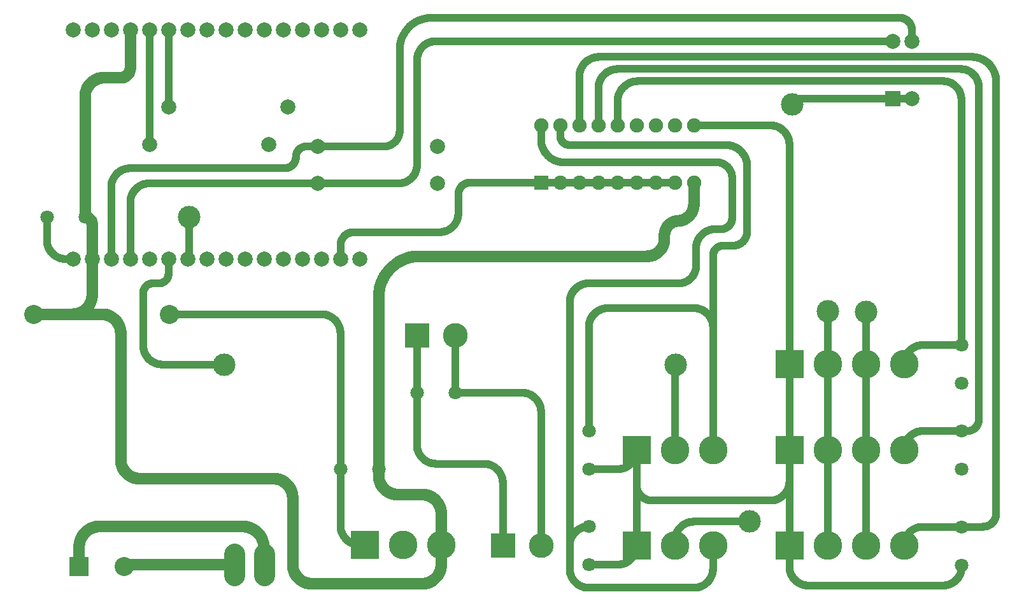
<source format=gbr>
G04 EAGLE Gerber RS-274X export*
G75*
%MOMM*%
%FSLAX34Y34*%
%LPD*%
%INBottom Copper*%
%IPPOS*%
%AMOC8*
5,1,8,0,0,1.08239X$1,22.5*%
G01*
G04 Define Apertures*
%ADD10C,2.800000*%
%ADD11R,3.302000X3.302000*%
%ADD12C,3.302000*%
%ADD13R,3.810000X3.810000*%
%ADD14C,3.810000*%
%ADD15C,1.800000*%
%ADD16R,2.540000X2.540000*%
%ADD17C,2.540000*%
%ADD18C,2.000000*%
%ADD19R,1.900000X1.900000*%
%ADD20C,1.900000*%
%ADD21R,2.000000X2.000000*%
%ADD22C,1.000000*%
%ADD23C,3.000000*%
%ADD24C,1.500000*%
D10*
X355600Y64800D02*
X355600Y36800D01*
X316000Y36800D02*
X316000Y64800D01*
D11*
X558800Y355600D03*
D12*
X609600Y355600D03*
D11*
X673100Y76200D03*
D12*
X723900Y76200D03*
D13*
X489559Y77332D03*
D14*
X540359Y77332D03*
X591159Y77332D03*
D15*
X117700Y513000D03*
X66900Y513000D03*
X1283300Y101200D03*
X1283300Y50400D03*
X1282700Y228600D03*
X1282700Y177800D03*
X1282700Y342900D03*
X1282700Y292100D03*
X787400Y228600D03*
X787400Y177800D03*
X787400Y101600D03*
X787400Y50800D03*
X609600Y279400D03*
X558800Y279400D03*
X508000Y177800D03*
X457200Y177800D03*
D13*
X850900Y76200D03*
D14*
X901700Y76200D03*
X952500Y76200D03*
D13*
X850900Y203200D03*
D14*
X901700Y203200D03*
X952500Y203200D03*
D13*
X1054100Y203200D03*
D14*
X1104900Y203200D03*
X1155700Y203200D03*
X1206500Y203200D03*
D13*
X1054100Y317500D03*
D14*
X1104900Y317500D03*
X1155700Y317500D03*
X1206500Y317500D03*
D16*
X109700Y47900D03*
D17*
X169700Y47900D03*
X49700Y383900D03*
X229700Y383900D03*
D18*
X228600Y659500D03*
X387600Y659500D03*
X203200Y610000D03*
X362200Y610000D03*
D13*
X1054100Y76200D03*
D14*
X1104900Y76200D03*
X1155700Y76200D03*
X1206500Y76200D03*
D18*
X101600Y457200D03*
X127000Y457200D03*
X152400Y457200D03*
X177800Y457200D03*
X203200Y457200D03*
X228600Y457200D03*
X254000Y457200D03*
X279400Y457200D03*
X304800Y457200D03*
X330200Y457200D03*
X355600Y457200D03*
X381000Y457200D03*
X406400Y457200D03*
X431800Y457200D03*
X457200Y457200D03*
X482600Y457200D03*
X101600Y762000D03*
X127000Y762000D03*
X152400Y762000D03*
X177800Y762000D03*
X203200Y762000D03*
X228600Y762000D03*
X254000Y762000D03*
X279400Y762000D03*
X304800Y762000D03*
X330200Y762000D03*
X355600Y762000D03*
X381000Y762000D03*
X406400Y762000D03*
X431800Y762000D03*
X457200Y762000D03*
X482600Y762000D03*
D19*
X723900Y558800D03*
D20*
X749300Y558800D03*
X774700Y558800D03*
X800100Y558800D03*
X825500Y558800D03*
X850900Y558800D03*
X876300Y558800D03*
X901700Y558800D03*
X927100Y558800D03*
X927100Y635000D03*
X901700Y635000D03*
X876300Y635000D03*
X850900Y635000D03*
X825500Y635000D03*
X800100Y635000D03*
X774700Y635000D03*
X749300Y635000D03*
X723900Y635000D03*
D21*
X1191300Y670900D03*
D18*
X1191300Y747100D03*
X1216700Y670900D03*
X1216700Y747100D03*
X427000Y558000D03*
X586000Y558000D03*
X427000Y607000D03*
X586000Y607000D03*
D22*
X787400Y50800D02*
X825500Y50800D01*
X826114Y50807D01*
X826727Y50830D01*
X827340Y50867D01*
X827951Y50919D01*
X828562Y50985D01*
X829170Y51067D01*
X829776Y51163D01*
X830380Y51273D01*
X830981Y51398D01*
X831579Y51538D01*
X832173Y51692D01*
X832763Y51861D01*
X833349Y52043D01*
X833930Y52240D01*
X834507Y52451D01*
X835078Y52675D01*
X835644Y52913D01*
X836204Y53165D01*
X836757Y53431D01*
X837304Y53709D01*
X837844Y54001D01*
X838377Y54306D01*
X838902Y54624D01*
X839420Y54954D01*
X839929Y55296D01*
X840430Y55651D01*
X840922Y56018D01*
X841405Y56396D01*
X841879Y56786D01*
X842343Y57188D01*
X842798Y57600D01*
X843242Y58024D01*
X843676Y58458D01*
X844100Y58902D01*
X844512Y59357D01*
X844914Y59821D01*
X845304Y60295D01*
X845682Y60778D01*
X846049Y61270D01*
X846404Y61771D01*
X846746Y62280D01*
X847076Y62798D01*
X847394Y63323D01*
X847699Y63856D01*
X847991Y64396D01*
X848269Y64943D01*
X848535Y65496D01*
X848787Y66056D01*
X849025Y66622D01*
X849249Y67193D01*
X849460Y67770D01*
X849657Y68351D01*
X849839Y68937D01*
X850008Y69527D01*
X850162Y70121D01*
X850302Y70719D01*
X850427Y71320D01*
X850537Y71924D01*
X850633Y72530D01*
X850715Y73138D01*
X850781Y73749D01*
X850833Y74360D01*
X850870Y74973D01*
X850893Y75586D01*
X850900Y76200D01*
X825500Y177800D02*
X787400Y177800D01*
X825500Y177800D02*
X826114Y177807D01*
X826727Y177830D01*
X827340Y177867D01*
X827951Y177919D01*
X828562Y177985D01*
X829170Y178067D01*
X829776Y178163D01*
X830380Y178273D01*
X830981Y178398D01*
X831579Y178538D01*
X832173Y178692D01*
X832763Y178861D01*
X833349Y179043D01*
X833930Y179240D01*
X834507Y179451D01*
X835078Y179675D01*
X835644Y179913D01*
X836204Y180165D01*
X836757Y180431D01*
X837304Y180709D01*
X837844Y181001D01*
X838377Y181306D01*
X838902Y181624D01*
X839420Y181954D01*
X839929Y182296D01*
X840430Y182651D01*
X840922Y183018D01*
X841405Y183396D01*
X841879Y183786D01*
X842343Y184188D01*
X842798Y184600D01*
X843242Y185024D01*
X843676Y185458D01*
X844100Y185902D01*
X844512Y186357D01*
X844914Y186821D01*
X845304Y187295D01*
X845682Y187778D01*
X846049Y188270D01*
X846404Y188771D01*
X846746Y189280D01*
X847076Y189798D01*
X847394Y190323D01*
X847699Y190856D01*
X847991Y191396D01*
X848269Y191943D01*
X848535Y192496D01*
X848787Y193056D01*
X849025Y193622D01*
X849249Y194193D01*
X849460Y194770D01*
X849657Y195351D01*
X849839Y195937D01*
X850008Y196527D01*
X850162Y197121D01*
X850302Y197719D01*
X850427Y198320D01*
X850537Y198924D01*
X850633Y199530D01*
X850715Y200138D01*
X850781Y200749D01*
X850833Y201360D01*
X850870Y201973D01*
X850893Y202586D01*
X850900Y203200D01*
X1054100Y161400D02*
X1054100Y76200D01*
X1054100Y161400D02*
X1054100Y203200D01*
X1054100Y317500D01*
X1283300Y50400D02*
X1283300Y48400D01*
X1283293Y47786D01*
X1283270Y47173D01*
X1283233Y46560D01*
X1283181Y45949D01*
X1283115Y45338D01*
X1283033Y44730D01*
X1282937Y44124D01*
X1282827Y43520D01*
X1282702Y42919D01*
X1282562Y42321D01*
X1282408Y41727D01*
X1282239Y41137D01*
X1282057Y40551D01*
X1281860Y39970D01*
X1281649Y39393D01*
X1281425Y38822D01*
X1281187Y38256D01*
X1280935Y37696D01*
X1280669Y37143D01*
X1280391Y36596D01*
X1280099Y36056D01*
X1279794Y35523D01*
X1279476Y34998D01*
X1279146Y34480D01*
X1278804Y33971D01*
X1278449Y33470D01*
X1278082Y32978D01*
X1277704Y32495D01*
X1277314Y32021D01*
X1276912Y31557D01*
X1276500Y31102D01*
X1276076Y30658D01*
X1275642Y30224D01*
X1275198Y29800D01*
X1274743Y29388D01*
X1274279Y28986D01*
X1273805Y28596D01*
X1273322Y28218D01*
X1272830Y27851D01*
X1272329Y27496D01*
X1271820Y27154D01*
X1271302Y26824D01*
X1270777Y26506D01*
X1270244Y26201D01*
X1269704Y25909D01*
X1269157Y25631D01*
X1268604Y25365D01*
X1268044Y25113D01*
X1267478Y24875D01*
X1266907Y24651D01*
X1266330Y24440D01*
X1265749Y24243D01*
X1265163Y24061D01*
X1264573Y23892D01*
X1263979Y23738D01*
X1263381Y23598D01*
X1262780Y23473D01*
X1262176Y23363D01*
X1261570Y23267D01*
X1260962Y23185D01*
X1260351Y23119D01*
X1259740Y23067D01*
X1259127Y23030D01*
X1258514Y23007D01*
X1257900Y23000D01*
X1079500Y23000D01*
X1078886Y23007D01*
X1078273Y23030D01*
X1077660Y23067D01*
X1077049Y23119D01*
X1076438Y23185D01*
X1075830Y23267D01*
X1075224Y23363D01*
X1074620Y23473D01*
X1074019Y23598D01*
X1073421Y23738D01*
X1072827Y23892D01*
X1072237Y24061D01*
X1071651Y24243D01*
X1071070Y24440D01*
X1070493Y24651D01*
X1069922Y24875D01*
X1069356Y25113D01*
X1068796Y25365D01*
X1068243Y25631D01*
X1067696Y25909D01*
X1067156Y26201D01*
X1066623Y26506D01*
X1066098Y26824D01*
X1065580Y27154D01*
X1065071Y27496D01*
X1064570Y27851D01*
X1064078Y28218D01*
X1063595Y28596D01*
X1063121Y28986D01*
X1062657Y29388D01*
X1062202Y29800D01*
X1061758Y30224D01*
X1061324Y30658D01*
X1060900Y31102D01*
X1060488Y31557D01*
X1060086Y32021D01*
X1059696Y32495D01*
X1059318Y32978D01*
X1058951Y33470D01*
X1058596Y33971D01*
X1058254Y34480D01*
X1057924Y34998D01*
X1057606Y35523D01*
X1057301Y36056D01*
X1057009Y36596D01*
X1056731Y37143D01*
X1056465Y37696D01*
X1056213Y38256D01*
X1055975Y38822D01*
X1055751Y39393D01*
X1055540Y39970D01*
X1055343Y40551D01*
X1055161Y41137D01*
X1054992Y41727D01*
X1054838Y42321D01*
X1054698Y42919D01*
X1054573Y43520D01*
X1054463Y44124D01*
X1054367Y44730D01*
X1054285Y45338D01*
X1054219Y45949D01*
X1054167Y46560D01*
X1054130Y47173D01*
X1054107Y47786D01*
X1054100Y48400D01*
X1054100Y76200D01*
X1054100Y317500D02*
X1054100Y609600D01*
X1054093Y610214D01*
X1054070Y610827D01*
X1054033Y611440D01*
X1053981Y612051D01*
X1053915Y612662D01*
X1053833Y613270D01*
X1053737Y613876D01*
X1053627Y614480D01*
X1053502Y615081D01*
X1053362Y615679D01*
X1053208Y616273D01*
X1053039Y616863D01*
X1052857Y617449D01*
X1052660Y618030D01*
X1052449Y618607D01*
X1052225Y619178D01*
X1051987Y619744D01*
X1051735Y620304D01*
X1051469Y620857D01*
X1051191Y621404D01*
X1050899Y621944D01*
X1050594Y622477D01*
X1050276Y623002D01*
X1049946Y623520D01*
X1049604Y624029D01*
X1049249Y624530D01*
X1048882Y625022D01*
X1048504Y625505D01*
X1048114Y625979D01*
X1047712Y626443D01*
X1047300Y626898D01*
X1046876Y627342D01*
X1046442Y627776D01*
X1045998Y628200D01*
X1045543Y628612D01*
X1045079Y629014D01*
X1044605Y629404D01*
X1044122Y629782D01*
X1043630Y630149D01*
X1043129Y630504D01*
X1042620Y630846D01*
X1042102Y631176D01*
X1041577Y631494D01*
X1041044Y631799D01*
X1040504Y632091D01*
X1039957Y632369D01*
X1039404Y632635D01*
X1038844Y632887D01*
X1038278Y633125D01*
X1037707Y633349D01*
X1037130Y633560D01*
X1036549Y633757D01*
X1035963Y633939D01*
X1035373Y634108D01*
X1034779Y634262D01*
X1034181Y634402D01*
X1033580Y634527D01*
X1032976Y634637D01*
X1032370Y634733D01*
X1031762Y634815D01*
X1031151Y634881D01*
X1030540Y634933D01*
X1029927Y634970D01*
X1029314Y634993D01*
X1028700Y635000D01*
X927100Y635000D01*
X787400Y50800D02*
X787400Y48400D01*
X850900Y76200D02*
X850900Y157000D01*
X850900Y203200D01*
X850900Y157000D02*
X850906Y156493D01*
X850925Y155985D01*
X850955Y155479D01*
X850998Y154973D01*
X851053Y154469D01*
X851120Y153966D01*
X851200Y153465D01*
X851291Y152965D01*
X851395Y152469D01*
X851510Y151974D01*
X851638Y151483D01*
X851777Y150995D01*
X851928Y150511D01*
X852090Y150030D01*
X852265Y149553D01*
X852450Y149081D01*
X852647Y148613D01*
X852856Y148151D01*
X853075Y147693D01*
X853305Y147241D01*
X853547Y146794D01*
X853799Y146354D01*
X854061Y145920D01*
X854334Y145492D01*
X854617Y145071D01*
X854911Y144657D01*
X855214Y144250D01*
X855527Y143850D01*
X855849Y143458D01*
X856181Y143074D01*
X856522Y142699D01*
X856872Y142331D01*
X857231Y141972D01*
X857599Y141622D01*
X857974Y141281D01*
X858358Y140949D01*
X858750Y140627D01*
X859150Y140314D01*
X859557Y140011D01*
X859971Y139717D01*
X860392Y139434D01*
X860820Y139161D01*
X861254Y138899D01*
X861694Y138647D01*
X862141Y138405D01*
X862593Y138175D01*
X863051Y137956D01*
X863513Y137747D01*
X863981Y137550D01*
X864453Y137365D01*
X864930Y137190D01*
X865411Y137028D01*
X865895Y136877D01*
X866383Y136738D01*
X866874Y136610D01*
X867369Y136495D01*
X867865Y136391D01*
X868365Y136300D01*
X868866Y136220D01*
X869369Y136153D01*
X869873Y136098D01*
X870379Y136055D01*
X870885Y136025D01*
X871393Y136006D01*
X871900Y136000D01*
X1028700Y136000D01*
X1029314Y136007D01*
X1029927Y136030D01*
X1030540Y136067D01*
X1031151Y136119D01*
X1031762Y136185D01*
X1032370Y136267D01*
X1032976Y136363D01*
X1033580Y136473D01*
X1034181Y136598D01*
X1034779Y136738D01*
X1035373Y136892D01*
X1035963Y137061D01*
X1036549Y137243D01*
X1037130Y137440D01*
X1037707Y137651D01*
X1038278Y137875D01*
X1038844Y138113D01*
X1039404Y138365D01*
X1039957Y138631D01*
X1040504Y138909D01*
X1041044Y139201D01*
X1041577Y139506D01*
X1042102Y139824D01*
X1042620Y140154D01*
X1043129Y140496D01*
X1043630Y140851D01*
X1044122Y141218D01*
X1044605Y141596D01*
X1045079Y141986D01*
X1045543Y142388D01*
X1045998Y142800D01*
X1046442Y143224D01*
X1046876Y143658D01*
X1047300Y144102D01*
X1047712Y144557D01*
X1048114Y145021D01*
X1048504Y145495D01*
X1048882Y145978D01*
X1049249Y146470D01*
X1049604Y146971D01*
X1049946Y147480D01*
X1050276Y147998D01*
X1050594Y148523D01*
X1050899Y149056D01*
X1051191Y149596D01*
X1051469Y150143D01*
X1051735Y150696D01*
X1051987Y151256D01*
X1052225Y151822D01*
X1052449Y152393D01*
X1052660Y152970D01*
X1052857Y153551D01*
X1053039Y154137D01*
X1053208Y154727D01*
X1053362Y155321D01*
X1053502Y155919D01*
X1053627Y156520D01*
X1053737Y157124D01*
X1053833Y157730D01*
X1053915Y158338D01*
X1053981Y158949D01*
X1054033Y159560D01*
X1054070Y160173D01*
X1054093Y160786D01*
X1054100Y161400D01*
X66900Y482600D02*
X66900Y513000D01*
X66900Y482600D02*
X66907Y481986D01*
X66930Y481373D01*
X66967Y480760D01*
X67019Y480149D01*
X67085Y479538D01*
X67167Y478930D01*
X67263Y478324D01*
X67373Y477720D01*
X67498Y477119D01*
X67638Y476521D01*
X67792Y475927D01*
X67961Y475337D01*
X68143Y474751D01*
X68340Y474170D01*
X68551Y473593D01*
X68775Y473022D01*
X69013Y472456D01*
X69265Y471896D01*
X69531Y471343D01*
X69809Y470796D01*
X70101Y470256D01*
X70406Y469723D01*
X70724Y469198D01*
X71054Y468680D01*
X71396Y468171D01*
X71751Y467670D01*
X72118Y467178D01*
X72496Y466695D01*
X72886Y466221D01*
X73288Y465757D01*
X73700Y465302D01*
X74124Y464858D01*
X74558Y464424D01*
X75002Y464000D01*
X75457Y463588D01*
X75921Y463186D01*
X76395Y462796D01*
X76878Y462418D01*
X77370Y462051D01*
X77871Y461696D01*
X78380Y461354D01*
X78898Y461024D01*
X79423Y460706D01*
X79956Y460401D01*
X80496Y460109D01*
X81043Y459831D01*
X81596Y459565D01*
X82156Y459313D01*
X82722Y459075D01*
X83293Y458851D01*
X83870Y458640D01*
X84451Y458443D01*
X85037Y458261D01*
X85627Y458092D01*
X86221Y457938D01*
X86819Y457798D01*
X87420Y457673D01*
X88024Y457563D01*
X88630Y457467D01*
X89238Y457385D01*
X89849Y457319D01*
X90460Y457267D01*
X91073Y457230D01*
X91686Y457207D01*
X92300Y457200D01*
X101600Y457200D01*
X901700Y315700D02*
X901700Y203200D01*
X901700Y315700D02*
X901702Y315770D01*
X901708Y315841D01*
X901717Y315910D01*
X901730Y315979D01*
X901747Y316048D01*
X901768Y316115D01*
X901792Y316181D01*
X901820Y316246D01*
X901851Y316309D01*
X901886Y316370D01*
X901924Y316430D01*
X901965Y316487D01*
X902009Y316542D01*
X902056Y316594D01*
X902106Y316644D01*
X902158Y316691D01*
X902213Y316735D01*
X902270Y316776D01*
X902330Y316814D01*
X902391Y316849D01*
X902454Y316880D01*
X902519Y316908D01*
X902585Y316932D01*
X902652Y316953D01*
X902721Y316970D01*
X902790Y316983D01*
X902859Y316992D01*
X902930Y316998D01*
X903000Y317000D01*
D23*
X903000Y317000D03*
X303000Y317000D03*
D22*
X220400Y317000D01*
X219786Y317007D01*
X219173Y317030D01*
X218560Y317067D01*
X217949Y317119D01*
X217338Y317185D01*
X216730Y317267D01*
X216124Y317363D01*
X215520Y317473D01*
X214919Y317598D01*
X214321Y317738D01*
X213727Y317892D01*
X213137Y318061D01*
X212551Y318243D01*
X211970Y318440D01*
X211393Y318651D01*
X210822Y318875D01*
X210256Y319113D01*
X209696Y319365D01*
X209143Y319631D01*
X208596Y319909D01*
X208056Y320201D01*
X207523Y320506D01*
X206998Y320824D01*
X206480Y321154D01*
X205971Y321496D01*
X205470Y321851D01*
X204978Y322218D01*
X204495Y322596D01*
X204021Y322986D01*
X203557Y323388D01*
X203102Y323800D01*
X202658Y324224D01*
X202224Y324658D01*
X201800Y325102D01*
X201388Y325557D01*
X200986Y326021D01*
X200596Y326495D01*
X200218Y326978D01*
X199851Y327470D01*
X199496Y327971D01*
X199154Y328480D01*
X198824Y328998D01*
X198506Y329523D01*
X198201Y330056D01*
X197909Y330596D01*
X197631Y331143D01*
X197365Y331696D01*
X197113Y332256D01*
X196875Y332822D01*
X196651Y333393D01*
X196440Y333970D01*
X196243Y334551D01*
X196061Y335137D01*
X195892Y335727D01*
X195738Y336321D01*
X195598Y336919D01*
X195473Y337520D01*
X195363Y338124D01*
X195267Y338730D01*
X195185Y339338D01*
X195119Y339949D01*
X195067Y340560D01*
X195030Y341173D01*
X195007Y341786D01*
X195000Y342400D01*
X195000Y412000D01*
X228600Y437600D02*
X228600Y457200D01*
X228600Y437600D02*
X228596Y437296D01*
X228585Y436991D01*
X228567Y436687D01*
X228541Y436384D01*
X228508Y436081D01*
X228468Y435779D01*
X228420Y435479D01*
X228365Y435179D01*
X228303Y434881D01*
X228234Y434585D01*
X228157Y434290D01*
X228074Y433997D01*
X227983Y433706D01*
X227886Y433418D01*
X227781Y433132D01*
X227670Y432849D01*
X227552Y432568D01*
X227427Y432290D01*
X227295Y432016D01*
X227157Y431744D01*
X227012Y431477D01*
X226861Y431212D01*
X226703Y430952D01*
X226540Y430695D01*
X226370Y430442D01*
X226194Y430194D01*
X226012Y429950D01*
X225824Y429710D01*
X225630Y429475D01*
X225431Y429245D01*
X225227Y429019D01*
X225017Y428799D01*
X224801Y428583D01*
X224581Y428373D01*
X224355Y428169D01*
X224125Y427970D01*
X223890Y427776D01*
X223650Y427588D01*
X223406Y427406D01*
X223158Y427230D01*
X222905Y427060D01*
X222648Y426897D01*
X222388Y426739D01*
X222123Y426588D01*
X221856Y426443D01*
X221584Y426305D01*
X221310Y426173D01*
X221032Y426048D01*
X220751Y425930D01*
X220468Y425819D01*
X220182Y425714D01*
X219894Y425617D01*
X219603Y425526D01*
X219310Y425443D01*
X219015Y425366D01*
X218719Y425297D01*
X218421Y425235D01*
X218121Y425180D01*
X217821Y425132D01*
X217519Y425092D01*
X217216Y425059D01*
X216913Y425033D01*
X216609Y425015D01*
X216304Y425004D01*
X216000Y425000D01*
X208000Y425000D01*
X207686Y424996D01*
X207372Y424985D01*
X207058Y424966D01*
X206745Y424939D01*
X206433Y424905D01*
X206122Y424864D01*
X205811Y424814D01*
X205502Y424758D01*
X205195Y424694D01*
X204889Y424622D01*
X204585Y424543D01*
X204283Y424457D01*
X203983Y424364D01*
X203685Y424263D01*
X203390Y424155D01*
X203098Y424040D01*
X202808Y423918D01*
X202522Y423789D01*
X202239Y423654D01*
X201959Y423511D01*
X201682Y423362D01*
X201410Y423206D01*
X201141Y423043D01*
X200876Y422874D01*
X200615Y422699D01*
X200359Y422517D01*
X200107Y422330D01*
X199860Y422136D01*
X199617Y421936D01*
X199379Y421731D01*
X199147Y421519D01*
X198919Y421303D01*
X198697Y421081D01*
X198481Y420853D01*
X198269Y420621D01*
X198064Y420383D01*
X197864Y420140D01*
X197670Y419893D01*
X197483Y419641D01*
X197301Y419385D01*
X197126Y419124D01*
X196957Y418859D01*
X196794Y418590D01*
X196638Y418318D01*
X196489Y418041D01*
X196346Y417761D01*
X196211Y417478D01*
X196082Y417192D01*
X195960Y416902D01*
X195845Y416610D01*
X195737Y416315D01*
X195636Y416017D01*
X195543Y415717D01*
X195457Y415415D01*
X195378Y415111D01*
X195306Y414805D01*
X195242Y414498D01*
X195186Y414189D01*
X195136Y413878D01*
X195095Y413567D01*
X195061Y413255D01*
X195034Y412942D01*
X195015Y412628D01*
X195004Y412314D01*
X195000Y412000D01*
X901700Y82600D02*
X901700Y76200D01*
X901700Y82600D02*
X901707Y83214D01*
X901730Y83827D01*
X901767Y84440D01*
X901819Y85051D01*
X901885Y85662D01*
X901967Y86270D01*
X902063Y86876D01*
X902173Y87480D01*
X902298Y88081D01*
X902438Y88679D01*
X902592Y89273D01*
X902761Y89863D01*
X902943Y90449D01*
X903140Y91030D01*
X903351Y91607D01*
X903575Y92178D01*
X903813Y92744D01*
X904065Y93304D01*
X904331Y93857D01*
X904609Y94404D01*
X904901Y94944D01*
X905206Y95477D01*
X905524Y96002D01*
X905854Y96520D01*
X906196Y97029D01*
X906551Y97530D01*
X906918Y98022D01*
X907296Y98505D01*
X907686Y98979D01*
X908088Y99443D01*
X908500Y99898D01*
X908924Y100342D01*
X909358Y100776D01*
X909802Y101200D01*
X910257Y101612D01*
X910721Y102014D01*
X911195Y102404D01*
X911678Y102782D01*
X912170Y103149D01*
X912671Y103504D01*
X913180Y103846D01*
X913698Y104176D01*
X914223Y104494D01*
X914756Y104799D01*
X915296Y105091D01*
X915843Y105369D01*
X916396Y105635D01*
X916956Y105887D01*
X917522Y106125D01*
X918093Y106349D01*
X918670Y106560D01*
X919251Y106757D01*
X919837Y106939D01*
X920427Y107108D01*
X921021Y107262D01*
X921619Y107402D01*
X922220Y107527D01*
X922824Y107637D01*
X923430Y107733D01*
X924038Y107815D01*
X924649Y107881D01*
X925260Y107933D01*
X925873Y107970D01*
X926486Y107993D01*
X927100Y108000D01*
X1001000Y108000D01*
D23*
X1001000Y108000D03*
X256000Y513000D03*
D22*
X256000Y459200D01*
X255998Y459113D01*
X255992Y459026D01*
X255983Y458939D01*
X255970Y458853D01*
X255953Y458767D01*
X255932Y458682D01*
X255907Y458599D01*
X255879Y458516D01*
X255848Y458435D01*
X255813Y458355D01*
X255774Y458277D01*
X255732Y458200D01*
X255687Y458125D01*
X255638Y458053D01*
X255587Y457982D01*
X255532Y457914D01*
X255475Y457849D01*
X255414Y457786D01*
X255351Y457725D01*
X255286Y457668D01*
X255218Y457613D01*
X255147Y457562D01*
X255075Y457513D01*
X255000Y457468D01*
X254923Y457426D01*
X254845Y457387D01*
X254765Y457352D01*
X254684Y457321D01*
X254601Y457293D01*
X254518Y457268D01*
X254433Y457247D01*
X254347Y457230D01*
X254261Y457217D01*
X254174Y457208D01*
X254087Y457202D01*
X254000Y457200D01*
X1104900Y317500D02*
X1104900Y76200D01*
X203200Y610000D02*
X203200Y762000D01*
X1104900Y387900D02*
X1104900Y317500D01*
X1104900Y387900D02*
X1104902Y387917D01*
X1104906Y387934D01*
X1104913Y387950D01*
X1104923Y387964D01*
X1104936Y387977D01*
X1104950Y387987D01*
X1104966Y387994D01*
X1104983Y387998D01*
X1105000Y388000D01*
D23*
X1105000Y388000D03*
D22*
X1155700Y317500D02*
X1155700Y76200D01*
X228600Y659500D02*
X228600Y762000D01*
X1155700Y386700D02*
X1155700Y317500D01*
X1155700Y386700D02*
X1155702Y386734D01*
X1155708Y386767D01*
X1155717Y386799D01*
X1155730Y386830D01*
X1155746Y386860D01*
X1155765Y386887D01*
X1155788Y386912D01*
X1155813Y386935D01*
X1155840Y386954D01*
X1155870Y386970D01*
X1155901Y386983D01*
X1155933Y386992D01*
X1155966Y386998D01*
X1156000Y387000D01*
D23*
X1156000Y387000D03*
D24*
X355600Y72900D02*
X355600Y50800D01*
X355600Y72900D02*
X355592Y73593D01*
X355566Y74287D01*
X355525Y74979D01*
X355466Y75670D01*
X355391Y76359D01*
X355299Y77047D01*
X355190Y77732D01*
X355065Y78414D01*
X354924Y79093D01*
X354766Y79768D01*
X354592Y80440D01*
X354402Y81107D01*
X354195Y81769D01*
X353973Y82426D01*
X353735Y83077D01*
X353481Y83723D01*
X353212Y84362D01*
X352927Y84994D01*
X352627Y85620D01*
X352313Y86238D01*
X351983Y86848D01*
X351639Y87450D01*
X351280Y88043D01*
X350907Y88628D01*
X350520Y89203D01*
X350119Y89769D01*
X349704Y90326D01*
X349277Y90872D01*
X348836Y91407D01*
X348382Y91932D01*
X347916Y92445D01*
X347438Y92947D01*
X346947Y93438D01*
X346445Y93916D01*
X345932Y94382D01*
X345407Y94836D01*
X344872Y95277D01*
X344326Y95704D01*
X343769Y96119D01*
X343203Y96520D01*
X342628Y96907D01*
X342043Y97280D01*
X341450Y97639D01*
X340848Y97983D01*
X340238Y98313D01*
X339620Y98627D01*
X338994Y98927D01*
X338362Y99212D01*
X337723Y99481D01*
X337077Y99735D01*
X336426Y99973D01*
X335769Y100195D01*
X335107Y100402D01*
X334440Y100592D01*
X333768Y100766D01*
X333093Y100924D01*
X332414Y101065D01*
X331732Y101190D01*
X331047Y101299D01*
X330359Y101391D01*
X329670Y101466D01*
X328979Y101525D01*
X328287Y101566D01*
X327593Y101592D01*
X326900Y101600D01*
X137400Y101600D01*
X136731Y101592D01*
X136062Y101568D01*
X135394Y101527D01*
X134727Y101471D01*
X134061Y101398D01*
X133398Y101309D01*
X132737Y101205D01*
X132078Y101084D01*
X131423Y100947D01*
X130771Y100795D01*
X130123Y100627D01*
X129479Y100443D01*
X128840Y100244D01*
X128206Y100030D01*
X127577Y99800D01*
X126954Y99555D01*
X126338Y99295D01*
X125727Y99020D01*
X125124Y98731D01*
X124527Y98427D01*
X123938Y98109D01*
X123357Y97777D01*
X122784Y97430D01*
X122220Y97070D01*
X121665Y96697D01*
X121118Y96310D01*
X120582Y95910D01*
X120055Y95497D01*
X119538Y95072D01*
X119032Y94634D01*
X118536Y94184D01*
X118051Y93722D01*
X117578Y93249D01*
X117116Y92764D01*
X116666Y92268D01*
X116228Y91762D01*
X115803Y91245D01*
X115390Y90718D01*
X114990Y90182D01*
X114603Y89635D01*
X114230Y89080D01*
X113870Y88516D01*
X113523Y87943D01*
X113191Y87362D01*
X112873Y86773D01*
X112569Y86176D01*
X112280Y85573D01*
X112005Y84962D01*
X111745Y84346D01*
X111500Y83723D01*
X111270Y83094D01*
X111056Y82460D01*
X110857Y81821D01*
X110673Y81177D01*
X110505Y80529D01*
X110353Y79877D01*
X110216Y79222D01*
X110095Y78563D01*
X109991Y77902D01*
X109902Y77239D01*
X109829Y76573D01*
X109773Y75906D01*
X109732Y75238D01*
X109708Y74569D01*
X109700Y73900D01*
X109700Y47900D01*
X172600Y50800D02*
X316000Y50800D01*
X172600Y50800D02*
X172494Y50798D01*
X172388Y50792D01*
X172283Y50783D01*
X172178Y50769D01*
X172073Y50752D01*
X171969Y50731D01*
X171866Y50706D01*
X171765Y50677D01*
X171664Y50645D01*
X171564Y50609D01*
X171466Y50569D01*
X171369Y50526D01*
X171274Y50479D01*
X171181Y50429D01*
X171089Y50375D01*
X171000Y50319D01*
X170913Y50259D01*
X170828Y50195D01*
X170745Y50129D01*
X170665Y50060D01*
X170587Y49988D01*
X170512Y49913D01*
X170440Y49835D01*
X170371Y49755D01*
X170305Y49672D01*
X170241Y49587D01*
X170181Y49500D01*
X170125Y49411D01*
X170071Y49319D01*
X170021Y49226D01*
X169974Y49131D01*
X169931Y49034D01*
X169891Y48936D01*
X169855Y48836D01*
X169823Y48735D01*
X169794Y48634D01*
X169769Y48531D01*
X169748Y48427D01*
X169731Y48322D01*
X169717Y48217D01*
X169708Y48112D01*
X169702Y48006D01*
X169700Y47900D01*
D22*
X229700Y383900D02*
X431800Y383900D01*
X432414Y383893D01*
X433027Y383870D01*
X433640Y383833D01*
X434251Y383781D01*
X434862Y383715D01*
X435470Y383633D01*
X436076Y383537D01*
X436680Y383427D01*
X437281Y383302D01*
X437879Y383162D01*
X438473Y383008D01*
X439063Y382839D01*
X439649Y382657D01*
X440230Y382460D01*
X440807Y382249D01*
X441378Y382025D01*
X441944Y381787D01*
X442504Y381535D01*
X443057Y381269D01*
X443604Y380991D01*
X444144Y380699D01*
X444677Y380394D01*
X445202Y380076D01*
X445720Y379746D01*
X446229Y379404D01*
X446730Y379049D01*
X447222Y378682D01*
X447705Y378304D01*
X448179Y377914D01*
X448643Y377512D01*
X449098Y377100D01*
X449542Y376676D01*
X449976Y376242D01*
X450400Y375798D01*
X450812Y375343D01*
X451214Y374879D01*
X451604Y374405D01*
X451982Y373922D01*
X452349Y373430D01*
X452704Y372929D01*
X453046Y372420D01*
X453376Y371902D01*
X453694Y371377D01*
X453999Y370844D01*
X454291Y370304D01*
X454569Y369757D01*
X454835Y369204D01*
X455087Y368644D01*
X455325Y368078D01*
X455549Y367507D01*
X455760Y366930D01*
X455957Y366349D01*
X456139Y365763D01*
X456308Y365173D01*
X456462Y364579D01*
X456602Y363981D01*
X456727Y363380D01*
X456837Y362776D01*
X456933Y362170D01*
X457015Y361562D01*
X457081Y360951D01*
X457133Y360340D01*
X457170Y359727D01*
X457193Y359114D01*
X457200Y358500D01*
X457200Y177800D01*
X457200Y102732D01*
X457207Y102118D01*
X457230Y101505D01*
X457267Y100892D01*
X457319Y100281D01*
X457385Y99670D01*
X457467Y99062D01*
X457563Y98456D01*
X457673Y97852D01*
X457798Y97251D01*
X457938Y96653D01*
X458092Y96059D01*
X458261Y95469D01*
X458443Y94883D01*
X458640Y94302D01*
X458851Y93725D01*
X459075Y93154D01*
X459313Y92588D01*
X459565Y92028D01*
X459831Y91475D01*
X460109Y90928D01*
X460401Y90388D01*
X460706Y89855D01*
X461024Y89330D01*
X461354Y88812D01*
X461696Y88303D01*
X462051Y87802D01*
X462418Y87310D01*
X462796Y86827D01*
X463186Y86353D01*
X463588Y85889D01*
X464000Y85434D01*
X464424Y84990D01*
X464858Y84556D01*
X465302Y84132D01*
X465757Y83720D01*
X466221Y83318D01*
X466695Y82928D01*
X467178Y82550D01*
X467670Y82183D01*
X468171Y81828D01*
X468680Y81486D01*
X469198Y81156D01*
X469723Y80838D01*
X470256Y80533D01*
X470796Y80241D01*
X471343Y79963D01*
X471896Y79697D01*
X472456Y79445D01*
X473022Y79207D01*
X473593Y78983D01*
X474170Y78772D01*
X474751Y78575D01*
X475337Y78393D01*
X475927Y78224D01*
X476521Y78070D01*
X477119Y77930D01*
X477720Y77805D01*
X478324Y77695D01*
X478930Y77599D01*
X479538Y77517D01*
X480149Y77451D01*
X480760Y77399D01*
X481373Y77362D01*
X481986Y77339D01*
X482600Y77332D01*
X489559Y77332D01*
D24*
X101600Y383900D02*
X49700Y383900D01*
X101600Y383900D02*
X102214Y383907D01*
X102827Y383930D01*
X103440Y383967D01*
X104051Y384019D01*
X104662Y384085D01*
X105270Y384167D01*
X105876Y384263D01*
X106480Y384373D01*
X107081Y384498D01*
X107679Y384638D01*
X108273Y384792D01*
X108863Y384961D01*
X109449Y385143D01*
X110030Y385340D01*
X110607Y385551D01*
X111178Y385775D01*
X111744Y386013D01*
X112304Y386265D01*
X112857Y386531D01*
X113404Y386809D01*
X113944Y387101D01*
X114477Y387406D01*
X115002Y387724D01*
X115520Y388054D01*
X116029Y388396D01*
X116530Y388751D01*
X117022Y389118D01*
X117505Y389496D01*
X117979Y389886D01*
X118443Y390288D01*
X118898Y390700D01*
X119342Y391124D01*
X119776Y391558D01*
X120200Y392002D01*
X120612Y392457D01*
X121014Y392921D01*
X121404Y393395D01*
X121782Y393878D01*
X122149Y394370D01*
X122504Y394871D01*
X122846Y395380D01*
X123176Y395898D01*
X123494Y396423D01*
X123799Y396956D01*
X124091Y397496D01*
X124369Y398043D01*
X124635Y398596D01*
X124887Y399156D01*
X125125Y399722D01*
X125349Y400293D01*
X125560Y400870D01*
X125757Y401451D01*
X125939Y402037D01*
X126108Y402627D01*
X126262Y403221D01*
X126402Y403819D01*
X126527Y404420D01*
X126637Y405024D01*
X126733Y405630D01*
X126815Y406238D01*
X126881Y406849D01*
X126933Y407460D01*
X126970Y408073D01*
X126993Y408686D01*
X127000Y409300D01*
X127000Y457200D01*
X139700Y383900D02*
X101600Y383900D01*
X139700Y383900D02*
X140314Y383893D01*
X140927Y383870D01*
X141540Y383833D01*
X142151Y383781D01*
X142762Y383715D01*
X143370Y383633D01*
X143976Y383537D01*
X144580Y383427D01*
X145181Y383302D01*
X145779Y383162D01*
X146373Y383008D01*
X146963Y382839D01*
X147549Y382657D01*
X148130Y382460D01*
X148707Y382249D01*
X149278Y382025D01*
X149844Y381787D01*
X150404Y381535D01*
X150957Y381269D01*
X151504Y380991D01*
X152044Y380699D01*
X152577Y380394D01*
X153102Y380076D01*
X153620Y379746D01*
X154129Y379404D01*
X154630Y379049D01*
X155122Y378682D01*
X155605Y378304D01*
X156079Y377914D01*
X156543Y377512D01*
X156998Y377100D01*
X157442Y376676D01*
X157876Y376242D01*
X158300Y375798D01*
X158712Y375343D01*
X159114Y374879D01*
X159504Y374405D01*
X159882Y373922D01*
X160249Y373430D01*
X160604Y372929D01*
X160946Y372420D01*
X161276Y371902D01*
X161594Y371377D01*
X161899Y370844D01*
X162191Y370304D01*
X162469Y369757D01*
X162735Y369204D01*
X162987Y368644D01*
X163225Y368078D01*
X163449Y367507D01*
X163660Y366930D01*
X163857Y366349D01*
X164039Y365763D01*
X164208Y365173D01*
X164362Y364579D01*
X164502Y363981D01*
X164627Y363380D01*
X164737Y362776D01*
X164833Y362170D01*
X164915Y361562D01*
X164981Y360951D01*
X165033Y360340D01*
X165070Y359727D01*
X165093Y359114D01*
X165100Y358500D01*
X165100Y190500D01*
X165107Y189886D01*
X165130Y189273D01*
X165167Y188660D01*
X165219Y188049D01*
X165285Y187438D01*
X165367Y186830D01*
X165463Y186224D01*
X165573Y185620D01*
X165698Y185019D01*
X165838Y184421D01*
X165992Y183827D01*
X166161Y183237D01*
X166343Y182651D01*
X166540Y182070D01*
X166751Y181493D01*
X166975Y180922D01*
X167213Y180356D01*
X167465Y179796D01*
X167731Y179243D01*
X168009Y178696D01*
X168301Y178156D01*
X168606Y177623D01*
X168924Y177098D01*
X169254Y176580D01*
X169596Y176071D01*
X169951Y175570D01*
X170318Y175078D01*
X170696Y174595D01*
X171086Y174121D01*
X171488Y173657D01*
X171900Y173202D01*
X172324Y172758D01*
X172758Y172324D01*
X173202Y171900D01*
X173657Y171488D01*
X174121Y171086D01*
X174595Y170696D01*
X175078Y170318D01*
X175570Y169951D01*
X176071Y169596D01*
X176580Y169254D01*
X177098Y168924D01*
X177623Y168606D01*
X178156Y168301D01*
X178696Y168009D01*
X179243Y167731D01*
X179796Y167465D01*
X180356Y167213D01*
X180922Y166975D01*
X181493Y166751D01*
X182070Y166540D01*
X182651Y166343D01*
X183237Y166161D01*
X183827Y165992D01*
X184421Y165838D01*
X185019Y165698D01*
X185620Y165573D01*
X186224Y165463D01*
X186830Y165367D01*
X187438Y165285D01*
X188049Y165219D01*
X188660Y165167D01*
X189273Y165130D01*
X189886Y165107D01*
X190500Y165100D01*
X368300Y165100D01*
X368914Y165093D01*
X369527Y165070D01*
X370140Y165033D01*
X370751Y164981D01*
X371362Y164915D01*
X371970Y164833D01*
X372576Y164737D01*
X373180Y164627D01*
X373781Y164502D01*
X374379Y164362D01*
X374973Y164208D01*
X375563Y164039D01*
X376149Y163857D01*
X376730Y163660D01*
X377307Y163449D01*
X377878Y163225D01*
X378444Y162987D01*
X379004Y162735D01*
X379557Y162469D01*
X380104Y162191D01*
X380644Y161899D01*
X381177Y161594D01*
X381702Y161276D01*
X382220Y160946D01*
X382729Y160604D01*
X383230Y160249D01*
X383722Y159882D01*
X384205Y159504D01*
X384679Y159114D01*
X385143Y158712D01*
X385598Y158300D01*
X386042Y157876D01*
X386476Y157442D01*
X386900Y156998D01*
X387312Y156543D01*
X387714Y156079D01*
X388104Y155605D01*
X388482Y155122D01*
X388849Y154630D01*
X389204Y154129D01*
X389546Y153620D01*
X389876Y153102D01*
X390194Y152577D01*
X390499Y152044D01*
X390791Y151504D01*
X391069Y150957D01*
X391335Y150404D01*
X391587Y149844D01*
X391825Y149278D01*
X392049Y148707D01*
X392260Y148130D01*
X392457Y147549D01*
X392639Y146963D01*
X392808Y146373D01*
X392962Y145779D01*
X393102Y145181D01*
X393227Y144580D01*
X393337Y143976D01*
X393433Y143370D01*
X393515Y142762D01*
X393581Y142151D01*
X393633Y141540D01*
X393670Y140927D01*
X393693Y140314D01*
X393700Y139700D01*
X393700Y50800D01*
X393707Y50186D01*
X393730Y49573D01*
X393767Y48960D01*
X393819Y48349D01*
X393885Y47738D01*
X393967Y47130D01*
X394063Y46524D01*
X394173Y45920D01*
X394298Y45319D01*
X394438Y44721D01*
X394592Y44127D01*
X394761Y43537D01*
X394943Y42951D01*
X395140Y42370D01*
X395351Y41793D01*
X395575Y41222D01*
X395813Y40656D01*
X396065Y40096D01*
X396331Y39543D01*
X396609Y38996D01*
X396901Y38456D01*
X397206Y37923D01*
X397524Y37398D01*
X397854Y36880D01*
X398196Y36371D01*
X398551Y35870D01*
X398918Y35378D01*
X399296Y34895D01*
X399686Y34421D01*
X400088Y33957D01*
X400500Y33502D01*
X400924Y33058D01*
X401358Y32624D01*
X401802Y32200D01*
X402257Y31788D01*
X402721Y31386D01*
X403195Y30996D01*
X403678Y30618D01*
X404170Y30251D01*
X404671Y29896D01*
X405180Y29554D01*
X405698Y29224D01*
X406223Y28906D01*
X406756Y28601D01*
X407296Y28309D01*
X407843Y28031D01*
X408396Y27765D01*
X408956Y27513D01*
X409522Y27275D01*
X410093Y27051D01*
X410670Y26840D01*
X411251Y26643D01*
X411837Y26461D01*
X412427Y26292D01*
X413021Y26138D01*
X413619Y25998D01*
X414220Y25873D01*
X414824Y25763D01*
X415430Y25667D01*
X416038Y25585D01*
X416649Y25519D01*
X417260Y25467D01*
X417873Y25430D01*
X418486Y25407D01*
X419100Y25400D01*
X565759Y25400D01*
X165100Y698500D02*
X165407Y698504D01*
X165714Y698515D01*
X166020Y698533D01*
X166326Y698559D01*
X166631Y698593D01*
X166935Y698633D01*
X167238Y698681D01*
X167540Y698737D01*
X167840Y698799D01*
X168139Y698869D01*
X168436Y698946D01*
X168732Y699030D01*
X169025Y699122D01*
X169315Y699220D01*
X169603Y699325D01*
X169889Y699438D01*
X170172Y699557D01*
X170452Y699683D01*
X170729Y699815D01*
X171002Y699955D01*
X171272Y700101D01*
X171538Y700253D01*
X171801Y700412D01*
X172060Y700577D01*
X172314Y700748D01*
X172565Y700925D01*
X172811Y701109D01*
X173053Y701298D01*
X173289Y701493D01*
X173522Y701694D01*
X173749Y701900D01*
X173971Y702112D01*
X174188Y702329D01*
X174400Y702551D01*
X174606Y702778D01*
X174807Y703011D01*
X175002Y703247D01*
X175191Y703489D01*
X175375Y703735D01*
X175552Y703986D01*
X175723Y704240D01*
X175888Y704499D01*
X176047Y704762D01*
X176199Y705028D01*
X176345Y705298D01*
X176485Y705571D01*
X176617Y705848D01*
X176743Y706128D01*
X176862Y706411D01*
X176975Y706697D01*
X177080Y706985D01*
X177178Y707275D01*
X177270Y707568D01*
X177354Y707864D01*
X177431Y708161D01*
X177501Y708460D01*
X177563Y708760D01*
X177619Y709062D01*
X177667Y709365D01*
X177707Y709669D01*
X177741Y709974D01*
X177767Y710280D01*
X177785Y710586D01*
X177796Y710893D01*
X177800Y711200D01*
X177800Y762000D01*
X508000Y406600D02*
X508000Y177800D01*
X508000Y406600D02*
X508016Y407915D01*
X508064Y409228D01*
X508143Y410540D01*
X508254Y411850D01*
X508397Y413157D01*
X508571Y414460D01*
X508777Y415759D01*
X509013Y417052D01*
X509282Y418339D01*
X509581Y419619D01*
X509911Y420891D01*
X510271Y422155D01*
X510663Y423411D01*
X511084Y424656D01*
X511535Y425891D01*
X512016Y427114D01*
X512527Y428325D01*
X513066Y429524D01*
X513634Y430710D01*
X514231Y431881D01*
X514856Y433037D01*
X515509Y434179D01*
X516189Y435304D01*
X516896Y436412D01*
X517630Y437503D01*
X518389Y438576D01*
X519175Y439630D01*
X519986Y440664D01*
X520821Y441679D01*
X521681Y442674D01*
X522565Y443647D01*
X523471Y444599D01*
X524401Y445529D01*
X525353Y446435D01*
X526326Y447319D01*
X527321Y448179D01*
X528336Y449014D01*
X529370Y449825D01*
X530424Y450611D01*
X531497Y451370D01*
X532588Y452104D01*
X533696Y452811D01*
X534821Y453491D01*
X535963Y454144D01*
X537119Y454769D01*
X538290Y455366D01*
X539476Y455934D01*
X540675Y456473D01*
X541886Y456984D01*
X543109Y457465D01*
X544344Y457916D01*
X545589Y458337D01*
X546845Y458729D01*
X548109Y459089D01*
X549381Y459419D01*
X550661Y459718D01*
X551948Y459987D01*
X553241Y460223D01*
X554540Y460429D01*
X555843Y460603D01*
X557150Y460746D01*
X558460Y460857D01*
X559772Y460936D01*
X561085Y460984D01*
X562400Y461000D01*
X865000Y461000D01*
X927100Y530100D02*
X927100Y558800D01*
X927100Y530100D02*
X927094Y529566D01*
X927074Y529032D01*
X927042Y528499D01*
X926997Y527967D01*
X926939Y527436D01*
X926868Y526907D01*
X926785Y526379D01*
X926688Y525854D01*
X926579Y525331D01*
X926458Y524811D01*
X926324Y524294D01*
X926177Y523781D01*
X926018Y523271D01*
X925847Y522765D01*
X925664Y522263D01*
X925468Y521766D01*
X925261Y521274D01*
X925042Y520787D01*
X924811Y520305D01*
X924569Y519830D01*
X924315Y519360D01*
X924050Y518896D01*
X923773Y518439D01*
X923486Y517989D01*
X923188Y517546D01*
X922879Y517110D01*
X922560Y516682D01*
X922231Y516261D01*
X921891Y515849D01*
X921542Y515445D01*
X921183Y515050D01*
X920815Y514663D01*
X920437Y514285D01*
X920050Y513917D01*
X919655Y513558D01*
X919251Y513209D01*
X918839Y512869D01*
X918418Y512540D01*
X917990Y512221D01*
X917554Y511912D01*
X917111Y511614D01*
X916661Y511327D01*
X916204Y511050D01*
X915740Y510785D01*
X915270Y510531D01*
X914795Y510289D01*
X914313Y510058D01*
X913826Y509839D01*
X913334Y509632D01*
X912837Y509436D01*
X912335Y509253D01*
X911829Y509082D01*
X911319Y508923D01*
X910806Y508776D01*
X910289Y508642D01*
X909769Y508521D01*
X909246Y508412D01*
X908721Y508315D01*
X908193Y508232D01*
X907664Y508161D01*
X907133Y508103D01*
X906601Y508058D01*
X906068Y508026D01*
X905534Y508006D01*
X905000Y508000D01*
X907000Y508000D01*
X906541Y507994D01*
X906082Y507978D01*
X905624Y507950D01*
X905166Y507911D01*
X904710Y507861D01*
X904255Y507801D01*
X903801Y507729D01*
X903350Y507646D01*
X902900Y507552D01*
X902453Y507448D01*
X902009Y507333D01*
X901567Y507207D01*
X901129Y507070D01*
X900694Y506923D01*
X900263Y506765D01*
X899835Y506597D01*
X899412Y506419D01*
X898993Y506231D01*
X898579Y506032D01*
X898170Y505824D01*
X897766Y505605D01*
X897368Y505377D01*
X896975Y505140D01*
X896588Y504893D01*
X896207Y504637D01*
X895832Y504371D01*
X895464Y504097D01*
X895102Y503814D01*
X894748Y503522D01*
X894401Y503222D01*
X894061Y502913D01*
X893728Y502596D01*
X893404Y502272D01*
X893087Y501939D01*
X892778Y501599D01*
X892478Y501252D01*
X892186Y500898D01*
X891903Y500536D01*
X891629Y500168D01*
X891363Y499793D01*
X891107Y499412D01*
X890860Y499025D01*
X890623Y498632D01*
X890395Y498234D01*
X890176Y497830D01*
X889968Y497421D01*
X889769Y497007D01*
X889581Y496588D01*
X889403Y496165D01*
X889235Y495737D01*
X889077Y495306D01*
X888930Y494871D01*
X888793Y494433D01*
X888667Y493991D01*
X888552Y493547D01*
X888448Y493100D01*
X888354Y492650D01*
X888271Y492199D01*
X888199Y491745D01*
X888139Y491290D01*
X888089Y490834D01*
X888050Y490376D01*
X888022Y489918D01*
X888006Y489459D01*
X888000Y489000D01*
X888000Y484000D01*
X887993Y483444D01*
X887973Y482889D01*
X887940Y482334D01*
X887893Y481780D01*
X887832Y481228D01*
X887759Y480677D01*
X887672Y480128D01*
X887572Y479581D01*
X887458Y479037D01*
X887332Y478496D01*
X887192Y477958D01*
X887040Y477423D01*
X886874Y476893D01*
X886696Y476366D01*
X886505Y475844D01*
X886302Y475327D01*
X886086Y474815D01*
X885858Y474308D01*
X885618Y473807D01*
X885365Y473311D01*
X885101Y472822D01*
X884825Y472340D01*
X884538Y471864D01*
X884239Y471396D01*
X883929Y470935D01*
X883607Y470481D01*
X883275Y470035D01*
X882933Y469598D01*
X882579Y469169D01*
X882216Y468748D01*
X881842Y468337D01*
X881459Y467934D01*
X881066Y467541D01*
X880663Y467158D01*
X880252Y466784D01*
X879831Y466421D01*
X879402Y466067D01*
X878965Y465725D01*
X878519Y465393D01*
X878065Y465071D01*
X877604Y464761D01*
X877136Y464462D01*
X876660Y464175D01*
X876178Y463899D01*
X875689Y463635D01*
X875193Y463382D01*
X874692Y463142D01*
X874185Y462914D01*
X873673Y462698D01*
X873156Y462495D01*
X872634Y462304D01*
X872107Y462126D01*
X871577Y461960D01*
X871042Y461808D01*
X870504Y461668D01*
X869963Y461542D01*
X869419Y461428D01*
X868872Y461328D01*
X868323Y461241D01*
X867772Y461168D01*
X867220Y461107D01*
X866666Y461060D01*
X866111Y461027D01*
X865556Y461007D01*
X865000Y461000D01*
X591159Y50800D02*
X591152Y50186D01*
X591129Y49573D01*
X591092Y48960D01*
X591040Y48349D01*
X590974Y47738D01*
X590892Y47130D01*
X590796Y46524D01*
X590686Y45920D01*
X590561Y45319D01*
X590421Y44721D01*
X590267Y44127D01*
X590098Y43537D01*
X589916Y42951D01*
X589719Y42370D01*
X589508Y41793D01*
X589284Y41222D01*
X589046Y40656D01*
X588794Y40096D01*
X588528Y39543D01*
X588250Y38996D01*
X587958Y38456D01*
X587653Y37923D01*
X587335Y37398D01*
X587005Y36880D01*
X586663Y36371D01*
X586308Y35870D01*
X585941Y35378D01*
X585563Y34895D01*
X585173Y34421D01*
X584771Y33957D01*
X584359Y33502D01*
X583935Y33058D01*
X583501Y32624D01*
X583057Y32200D01*
X582602Y31788D01*
X582138Y31386D01*
X581664Y30996D01*
X581181Y30618D01*
X580689Y30251D01*
X580188Y29896D01*
X579679Y29554D01*
X579161Y29224D01*
X578636Y28906D01*
X578103Y28601D01*
X577563Y28309D01*
X577016Y28031D01*
X576463Y27765D01*
X575903Y27513D01*
X575337Y27275D01*
X574766Y27051D01*
X574189Y26840D01*
X573608Y26643D01*
X573022Y26461D01*
X572432Y26292D01*
X571838Y26138D01*
X571240Y25998D01*
X570639Y25873D01*
X570035Y25763D01*
X569429Y25667D01*
X568821Y25585D01*
X568210Y25519D01*
X567599Y25467D01*
X566986Y25430D01*
X566373Y25407D01*
X565759Y25400D01*
X591159Y50800D02*
X591159Y77332D01*
X508000Y169400D02*
X508000Y177800D01*
X508000Y169400D02*
X508007Y168786D01*
X508030Y168173D01*
X508067Y167560D01*
X508119Y166949D01*
X508185Y166338D01*
X508267Y165730D01*
X508363Y165124D01*
X508473Y164520D01*
X508598Y163919D01*
X508738Y163321D01*
X508892Y162727D01*
X509061Y162137D01*
X509243Y161551D01*
X509440Y160970D01*
X509651Y160393D01*
X509875Y159822D01*
X510113Y159256D01*
X510365Y158696D01*
X510631Y158143D01*
X510909Y157596D01*
X511201Y157056D01*
X511506Y156523D01*
X511824Y155998D01*
X512154Y155480D01*
X512496Y154971D01*
X512851Y154470D01*
X513218Y153978D01*
X513596Y153495D01*
X513986Y153021D01*
X514388Y152557D01*
X514800Y152102D01*
X515224Y151658D01*
X515658Y151224D01*
X516102Y150800D01*
X516557Y150388D01*
X517021Y149986D01*
X517495Y149596D01*
X517978Y149218D01*
X518470Y148851D01*
X518971Y148496D01*
X519480Y148154D01*
X519998Y147824D01*
X520523Y147506D01*
X521056Y147201D01*
X521596Y146909D01*
X522143Y146631D01*
X522696Y146365D01*
X523256Y146113D01*
X523822Y145875D01*
X524393Y145651D01*
X524970Y145440D01*
X525551Y145243D01*
X526137Y145061D01*
X526727Y144892D01*
X527321Y144738D01*
X527919Y144598D01*
X528520Y144473D01*
X529124Y144363D01*
X529730Y144267D01*
X530338Y144185D01*
X530949Y144119D01*
X531560Y144067D01*
X532173Y144030D01*
X532786Y144007D01*
X533400Y144000D01*
X565759Y144000D01*
X566373Y143993D01*
X566986Y143970D01*
X567599Y143933D01*
X568210Y143881D01*
X568821Y143815D01*
X569429Y143733D01*
X570035Y143637D01*
X570639Y143527D01*
X571240Y143402D01*
X571838Y143262D01*
X572432Y143108D01*
X573022Y142939D01*
X573608Y142757D01*
X574189Y142560D01*
X574766Y142349D01*
X575337Y142125D01*
X575903Y141887D01*
X576463Y141635D01*
X577016Y141369D01*
X577563Y141091D01*
X578103Y140799D01*
X578636Y140494D01*
X579161Y140176D01*
X579679Y139846D01*
X580188Y139504D01*
X580689Y139149D01*
X581181Y138782D01*
X581664Y138404D01*
X582138Y138014D01*
X582602Y137612D01*
X583057Y137200D01*
X583501Y136776D01*
X583935Y136342D01*
X584359Y135898D01*
X584771Y135443D01*
X585173Y134979D01*
X585563Y134505D01*
X585941Y134022D01*
X586308Y133530D01*
X586663Y133029D01*
X587005Y132520D01*
X587335Y132002D01*
X587653Y131477D01*
X587958Y130944D01*
X588250Y130404D01*
X588528Y129857D01*
X588794Y129304D01*
X589046Y128744D01*
X589284Y128178D01*
X589508Y127607D01*
X589719Y127030D01*
X589916Y126449D01*
X590098Y125863D01*
X590267Y125273D01*
X590421Y124679D01*
X590561Y124081D01*
X590686Y123480D01*
X590796Y122876D01*
X590892Y122270D01*
X590974Y121662D01*
X591040Y121051D01*
X591092Y120440D01*
X591129Y119827D01*
X591152Y119214D01*
X591159Y118600D01*
X591159Y77332D01*
X127000Y457200D02*
X127000Y503700D01*
X126997Y503925D01*
X126989Y504149D01*
X126976Y504374D01*
X126957Y504598D01*
X126932Y504821D01*
X126902Y505044D01*
X126867Y505266D01*
X126827Y505487D01*
X126781Y505707D01*
X126730Y505926D01*
X126673Y506143D01*
X126612Y506359D01*
X126545Y506574D01*
X126473Y506787D01*
X126396Y506998D01*
X126313Y507207D01*
X126226Y507414D01*
X126134Y507619D01*
X126037Y507822D01*
X125935Y508022D01*
X125828Y508220D01*
X125716Y508415D01*
X125600Y508607D01*
X125479Y508797D01*
X125354Y508983D01*
X125224Y509166D01*
X125090Y509347D01*
X124951Y509524D01*
X124808Y509697D01*
X124661Y509867D01*
X124510Y510033D01*
X124355Y510196D01*
X124196Y510355D01*
X124033Y510510D01*
X123867Y510661D01*
X123697Y510808D01*
X123524Y510951D01*
X123347Y511090D01*
X123166Y511224D01*
X122983Y511354D01*
X122797Y511479D01*
X122607Y511600D01*
X122415Y511716D01*
X122220Y511828D01*
X122022Y511935D01*
X121822Y512037D01*
X121619Y512134D01*
X121414Y512226D01*
X121207Y512313D01*
X120998Y512396D01*
X120787Y512473D01*
X120574Y512545D01*
X120359Y512612D01*
X120143Y512673D01*
X119926Y512730D01*
X119707Y512781D01*
X119487Y512827D01*
X119266Y512867D01*
X119044Y512902D01*
X118821Y512932D01*
X118598Y512957D01*
X118374Y512976D01*
X118149Y512989D01*
X117925Y512997D01*
X117700Y513000D01*
X117700Y673100D01*
X117707Y673714D01*
X117730Y674327D01*
X117767Y674940D01*
X117819Y675551D01*
X117885Y676162D01*
X117967Y676770D01*
X118063Y677376D01*
X118173Y677980D01*
X118298Y678581D01*
X118438Y679179D01*
X118592Y679773D01*
X118761Y680363D01*
X118943Y680949D01*
X119140Y681530D01*
X119351Y682107D01*
X119575Y682678D01*
X119813Y683244D01*
X120065Y683804D01*
X120331Y684357D01*
X120609Y684904D01*
X120901Y685444D01*
X121206Y685977D01*
X121524Y686502D01*
X121854Y687020D01*
X122196Y687529D01*
X122551Y688030D01*
X122918Y688522D01*
X123296Y689005D01*
X123686Y689479D01*
X124088Y689943D01*
X124500Y690398D01*
X124924Y690842D01*
X125358Y691276D01*
X125802Y691700D01*
X126257Y692112D01*
X126721Y692514D01*
X127195Y692904D01*
X127678Y693282D01*
X128170Y693649D01*
X128671Y694004D01*
X129180Y694346D01*
X129698Y694676D01*
X130223Y694994D01*
X130756Y695299D01*
X131296Y695591D01*
X131843Y695869D01*
X132396Y696135D01*
X132956Y696387D01*
X133522Y696625D01*
X134093Y696849D01*
X134670Y697060D01*
X135251Y697257D01*
X135837Y697439D01*
X136427Y697608D01*
X137021Y697762D01*
X137619Y697902D01*
X138220Y698027D01*
X138824Y698137D01*
X139430Y698233D01*
X140038Y698315D01*
X140649Y698381D01*
X141260Y698433D01*
X141873Y698470D01*
X142486Y698493D01*
X143100Y698500D01*
X165100Y698500D01*
D22*
X1191300Y670900D02*
X1216700Y670900D01*
X1191300Y670900D02*
X1065900Y670900D01*
X1065709Y670898D01*
X1065518Y670891D01*
X1065328Y670879D01*
X1065138Y670863D01*
X1064948Y670842D01*
X1064759Y670817D01*
X1064570Y670787D01*
X1064382Y670753D01*
X1064195Y670714D01*
X1064009Y670670D01*
X1063825Y670623D01*
X1063641Y670570D01*
X1063459Y670513D01*
X1063278Y670452D01*
X1063099Y670387D01*
X1062921Y670317D01*
X1062745Y670243D01*
X1062571Y670164D01*
X1062399Y670082D01*
X1062229Y669995D01*
X1062061Y669904D01*
X1061895Y669810D01*
X1061732Y669711D01*
X1061571Y669608D01*
X1061412Y669502D01*
X1061256Y669391D01*
X1061103Y669277D01*
X1060953Y669159D01*
X1060806Y669038D01*
X1060661Y668913D01*
X1060520Y668785D01*
X1060382Y668653D01*
X1060247Y668518D01*
X1060115Y668380D01*
X1059987Y668239D01*
X1059862Y668094D01*
X1059741Y667947D01*
X1059623Y667797D01*
X1059509Y667644D01*
X1059398Y667488D01*
X1059292Y667329D01*
X1059189Y667168D01*
X1059090Y667005D01*
X1058996Y666839D01*
X1058905Y666671D01*
X1058818Y666501D01*
X1058736Y666329D01*
X1058657Y666155D01*
X1058583Y665979D01*
X1058513Y665801D01*
X1058448Y665622D01*
X1058387Y665441D01*
X1058330Y665259D01*
X1058277Y665075D01*
X1058230Y664891D01*
X1058186Y664705D01*
X1058147Y664518D01*
X1058113Y664330D01*
X1058083Y664141D01*
X1058058Y663952D01*
X1058037Y663762D01*
X1058021Y663572D01*
X1058009Y663382D01*
X1058002Y663191D01*
X1058000Y663000D01*
D23*
X1058000Y663000D03*
D22*
X787400Y101600D02*
X786786Y101593D01*
X786173Y101570D01*
X785560Y101533D01*
X784949Y101481D01*
X784338Y101415D01*
X783730Y101333D01*
X783124Y101237D01*
X782520Y101127D01*
X781919Y101002D01*
X781321Y100862D01*
X780727Y100708D01*
X780137Y100539D01*
X779551Y100357D01*
X778970Y100160D01*
X778393Y99949D01*
X777822Y99725D01*
X777256Y99487D01*
X776696Y99235D01*
X776143Y98969D01*
X775596Y98691D01*
X775056Y98399D01*
X774523Y98094D01*
X773998Y97776D01*
X773480Y97446D01*
X772971Y97104D01*
X772470Y96749D01*
X771978Y96382D01*
X771495Y96004D01*
X771021Y95614D01*
X770557Y95212D01*
X770102Y94800D01*
X769658Y94376D01*
X769224Y93942D01*
X768800Y93498D01*
X768388Y93043D01*
X767986Y92579D01*
X767596Y92105D01*
X767218Y91622D01*
X766851Y91130D01*
X766496Y90629D01*
X766154Y90120D01*
X765824Y89602D01*
X765506Y89077D01*
X765201Y88544D01*
X764909Y88004D01*
X764631Y87457D01*
X764365Y86904D01*
X764113Y86344D01*
X763875Y85778D01*
X763651Y85207D01*
X763440Y84630D01*
X763243Y84049D01*
X763061Y83463D01*
X762892Y82873D01*
X762738Y82279D01*
X762598Y81681D01*
X762473Y81080D01*
X762363Y80476D01*
X762267Y79870D01*
X762185Y79262D01*
X762119Y78651D01*
X762067Y78040D01*
X762030Y77427D01*
X762007Y76814D01*
X762000Y76200D01*
X762000Y399600D01*
X952500Y76200D02*
X952500Y45400D01*
X952493Y44786D01*
X952470Y44173D01*
X952433Y43560D01*
X952381Y42949D01*
X952315Y42338D01*
X952233Y41730D01*
X952137Y41124D01*
X952027Y40520D01*
X951902Y39919D01*
X951762Y39321D01*
X951608Y38727D01*
X951439Y38137D01*
X951257Y37551D01*
X951060Y36970D01*
X950849Y36393D01*
X950625Y35822D01*
X950387Y35256D01*
X950135Y34696D01*
X949869Y34143D01*
X949591Y33596D01*
X949299Y33056D01*
X948994Y32523D01*
X948676Y31998D01*
X948346Y31480D01*
X948004Y30971D01*
X947649Y30470D01*
X947282Y29978D01*
X946904Y29495D01*
X946514Y29021D01*
X946112Y28557D01*
X945700Y28102D01*
X945276Y27658D01*
X944842Y27224D01*
X944398Y26800D01*
X943943Y26388D01*
X943479Y25986D01*
X943005Y25596D01*
X942522Y25218D01*
X942030Y24851D01*
X941529Y24496D01*
X941020Y24154D01*
X940502Y23824D01*
X939977Y23506D01*
X939444Y23201D01*
X938904Y22909D01*
X938357Y22631D01*
X937804Y22365D01*
X937244Y22113D01*
X936678Y21875D01*
X936107Y21651D01*
X935530Y21440D01*
X934949Y21243D01*
X934363Y21061D01*
X933773Y20892D01*
X933179Y20738D01*
X932581Y20598D01*
X931980Y20473D01*
X931376Y20363D01*
X930770Y20267D01*
X930162Y20185D01*
X929551Y20119D01*
X928940Y20067D01*
X928327Y20030D01*
X927714Y20007D01*
X927100Y20000D01*
X787400Y20000D01*
X786786Y20007D01*
X786173Y20030D01*
X785560Y20067D01*
X784949Y20119D01*
X784338Y20185D01*
X783730Y20267D01*
X783124Y20363D01*
X782520Y20473D01*
X781919Y20598D01*
X781321Y20738D01*
X780727Y20892D01*
X780137Y21061D01*
X779551Y21243D01*
X778970Y21440D01*
X778393Y21651D01*
X777822Y21875D01*
X777256Y22113D01*
X776696Y22365D01*
X776143Y22631D01*
X775596Y22909D01*
X775056Y23201D01*
X774523Y23506D01*
X773998Y23824D01*
X773480Y24154D01*
X772971Y24496D01*
X772470Y24851D01*
X771978Y25218D01*
X771495Y25596D01*
X771021Y25986D01*
X770557Y26388D01*
X770102Y26800D01*
X769658Y27224D01*
X769224Y27658D01*
X768800Y28102D01*
X768388Y28557D01*
X767986Y29021D01*
X767596Y29495D01*
X767218Y29978D01*
X766851Y30470D01*
X766496Y30971D01*
X766154Y31480D01*
X765824Y31998D01*
X765506Y32523D01*
X765201Y33056D01*
X764909Y33596D01*
X764631Y34143D01*
X764365Y34696D01*
X764113Y35256D01*
X763875Y35822D01*
X763651Y36393D01*
X763440Y36970D01*
X763243Y37551D01*
X763061Y38137D01*
X762892Y38727D01*
X762738Y39321D01*
X762598Y39919D01*
X762473Y40520D01*
X762363Y41124D01*
X762267Y41730D01*
X762185Y42338D01*
X762119Y42949D01*
X762067Y43560D01*
X762030Y44173D01*
X762007Y44786D01*
X762000Y45400D01*
X762000Y76200D01*
X762000Y399600D02*
X762007Y400214D01*
X762030Y400827D01*
X762067Y401440D01*
X762119Y402051D01*
X762185Y402662D01*
X762267Y403270D01*
X762363Y403876D01*
X762473Y404480D01*
X762598Y405081D01*
X762738Y405679D01*
X762892Y406273D01*
X763061Y406863D01*
X763243Y407449D01*
X763440Y408030D01*
X763651Y408607D01*
X763875Y409178D01*
X764113Y409744D01*
X764365Y410304D01*
X764631Y410857D01*
X764909Y411404D01*
X765201Y411944D01*
X765506Y412477D01*
X765824Y413002D01*
X766154Y413520D01*
X766496Y414029D01*
X766851Y414530D01*
X767218Y415022D01*
X767596Y415505D01*
X767986Y415979D01*
X768388Y416443D01*
X768800Y416898D01*
X769224Y417342D01*
X769658Y417776D01*
X770102Y418200D01*
X770557Y418612D01*
X771021Y419014D01*
X771495Y419404D01*
X771978Y419782D01*
X772470Y420149D01*
X772971Y420504D01*
X773480Y420846D01*
X773998Y421176D01*
X774523Y421494D01*
X775056Y421799D01*
X775596Y422091D01*
X776143Y422369D01*
X776696Y422635D01*
X777256Y422887D01*
X777822Y423125D01*
X778393Y423349D01*
X778970Y423560D01*
X779551Y423757D01*
X780137Y423939D01*
X780727Y424108D01*
X781321Y424262D01*
X781919Y424402D01*
X782520Y424527D01*
X783124Y424637D01*
X783730Y424733D01*
X784338Y424815D01*
X784949Y424881D01*
X785560Y424933D01*
X786173Y424970D01*
X786786Y424993D01*
X787400Y425000D01*
X907000Y425000D01*
X957000Y586000D02*
X754300Y586000D01*
X753565Y586009D01*
X752831Y586036D01*
X752098Y586080D01*
X751366Y586142D01*
X750636Y586222D01*
X749908Y586319D01*
X749182Y586434D01*
X748459Y586566D01*
X747740Y586716D01*
X747025Y586883D01*
X746314Y587068D01*
X745607Y587269D01*
X744906Y587488D01*
X744210Y587723D01*
X743520Y587976D01*
X742836Y588244D01*
X742159Y588530D01*
X741489Y588831D01*
X740827Y589149D01*
X740172Y589482D01*
X739526Y589831D01*
X738888Y590196D01*
X738260Y590576D01*
X737640Y590971D01*
X737031Y591381D01*
X736431Y591806D01*
X735842Y592245D01*
X735264Y592698D01*
X734697Y593165D01*
X734141Y593645D01*
X733597Y594139D01*
X733065Y594646D01*
X732546Y595165D01*
X732039Y595697D01*
X731545Y596241D01*
X731065Y596797D01*
X730598Y597364D01*
X730145Y597942D01*
X729706Y598531D01*
X729281Y599131D01*
X728871Y599740D01*
X728476Y600360D01*
X728096Y600988D01*
X727731Y601626D01*
X727382Y602272D01*
X727049Y602927D01*
X726731Y603589D01*
X726430Y604259D01*
X726144Y604936D01*
X725876Y605620D01*
X725623Y606310D01*
X725388Y607006D01*
X725169Y607707D01*
X724968Y608414D01*
X724783Y609125D01*
X724616Y609840D01*
X724466Y610559D01*
X724334Y611282D01*
X724219Y612008D01*
X724122Y612736D01*
X724042Y613466D01*
X723980Y614198D01*
X723936Y614931D01*
X723909Y615665D01*
X723900Y616400D01*
X723900Y635000D01*
X930000Y448000D02*
X929993Y447444D01*
X929973Y446889D01*
X929940Y446334D01*
X929893Y445780D01*
X929832Y445228D01*
X929759Y444677D01*
X929672Y444128D01*
X929572Y443581D01*
X929458Y443037D01*
X929332Y442496D01*
X929192Y441958D01*
X929040Y441423D01*
X928874Y440893D01*
X928696Y440366D01*
X928505Y439844D01*
X928302Y439327D01*
X928086Y438815D01*
X927858Y438308D01*
X927618Y437807D01*
X927365Y437311D01*
X927101Y436822D01*
X926825Y436340D01*
X926538Y435864D01*
X926239Y435396D01*
X925929Y434935D01*
X925607Y434481D01*
X925275Y434035D01*
X924933Y433598D01*
X924579Y433169D01*
X924216Y432748D01*
X923842Y432337D01*
X923459Y431934D01*
X923066Y431541D01*
X922663Y431158D01*
X922252Y430784D01*
X921831Y430421D01*
X921402Y430067D01*
X920965Y429725D01*
X920519Y429393D01*
X920065Y429071D01*
X919604Y428761D01*
X919136Y428462D01*
X918660Y428175D01*
X918178Y427899D01*
X917689Y427635D01*
X917193Y427382D01*
X916692Y427142D01*
X916185Y426914D01*
X915673Y426698D01*
X915156Y426495D01*
X914634Y426304D01*
X914107Y426126D01*
X913577Y425960D01*
X913042Y425808D01*
X912504Y425668D01*
X911963Y425542D01*
X911419Y425428D01*
X910872Y425328D01*
X910323Y425241D01*
X909772Y425168D01*
X909220Y425107D01*
X908666Y425060D01*
X908111Y425027D01*
X907556Y425007D01*
X907000Y425000D01*
X930000Y448000D02*
X930000Y471600D01*
X930007Y472214D01*
X930030Y472827D01*
X930067Y473440D01*
X930119Y474051D01*
X930185Y474662D01*
X930267Y475270D01*
X930363Y475876D01*
X930473Y476480D01*
X930598Y477081D01*
X930738Y477679D01*
X930892Y478273D01*
X931061Y478863D01*
X931243Y479449D01*
X931440Y480030D01*
X931651Y480607D01*
X931875Y481178D01*
X932113Y481744D01*
X932365Y482304D01*
X932631Y482857D01*
X932909Y483404D01*
X933201Y483944D01*
X933506Y484477D01*
X933824Y485002D01*
X934154Y485520D01*
X934496Y486029D01*
X934851Y486530D01*
X935218Y487022D01*
X935596Y487505D01*
X935986Y487979D01*
X936388Y488443D01*
X936800Y488898D01*
X937224Y489342D01*
X937658Y489776D01*
X938102Y490200D01*
X938557Y490612D01*
X939021Y491014D01*
X939495Y491404D01*
X939978Y491782D01*
X940470Y492149D01*
X940971Y492504D01*
X941480Y492846D01*
X941998Y493176D01*
X942523Y493494D01*
X943056Y493799D01*
X943596Y494091D01*
X944143Y494369D01*
X944696Y494635D01*
X945256Y494887D01*
X945822Y495125D01*
X946393Y495349D01*
X946970Y495560D01*
X947551Y495757D01*
X948137Y495939D01*
X948727Y496108D01*
X949321Y496262D01*
X949919Y496402D01*
X950520Y496527D01*
X951124Y496637D01*
X951730Y496733D01*
X952338Y496815D01*
X952949Y496881D01*
X953560Y496933D01*
X954173Y496970D01*
X954786Y496993D01*
X955400Y497000D01*
X963000Y497000D01*
X963362Y497004D01*
X963725Y497018D01*
X964087Y497039D01*
X964448Y497070D01*
X964808Y497109D01*
X965167Y497157D01*
X965525Y497214D01*
X965882Y497279D01*
X966237Y497353D01*
X966590Y497436D01*
X966941Y497527D01*
X967289Y497626D01*
X967635Y497734D01*
X967979Y497850D01*
X968319Y497975D01*
X968656Y498107D01*
X968990Y498248D01*
X969321Y498397D01*
X969648Y498554D01*
X969971Y498718D01*
X970290Y498890D01*
X970604Y499070D01*
X970915Y499258D01*
X971220Y499453D01*
X971521Y499655D01*
X971817Y499865D01*
X972107Y500081D01*
X972393Y500305D01*
X972673Y500535D01*
X972947Y500772D01*
X973215Y501016D01*
X973478Y501266D01*
X973734Y501522D01*
X973984Y501785D01*
X974228Y502053D01*
X974465Y502327D01*
X974695Y502607D01*
X974919Y502893D01*
X975135Y503183D01*
X975345Y503479D01*
X975547Y503780D01*
X975742Y504085D01*
X975930Y504396D01*
X976110Y504710D01*
X976282Y505029D01*
X976446Y505352D01*
X976603Y505679D01*
X976752Y506010D01*
X976893Y506344D01*
X977025Y506681D01*
X977150Y507021D01*
X977266Y507365D01*
X977374Y507711D01*
X977473Y508059D01*
X977564Y508410D01*
X977647Y508763D01*
X977721Y509118D01*
X977786Y509475D01*
X977843Y509833D01*
X977891Y510192D01*
X977930Y510552D01*
X977961Y510913D01*
X977982Y511275D01*
X977996Y511638D01*
X978000Y512000D01*
X978000Y565000D01*
X977994Y565507D01*
X977975Y566015D01*
X977945Y566521D01*
X977902Y567027D01*
X977847Y567531D01*
X977780Y568034D01*
X977700Y568535D01*
X977609Y569035D01*
X977505Y569531D01*
X977390Y570026D01*
X977262Y570517D01*
X977123Y571005D01*
X976972Y571489D01*
X976810Y571970D01*
X976635Y572447D01*
X976450Y572919D01*
X976253Y573387D01*
X976044Y573849D01*
X975825Y574307D01*
X975595Y574759D01*
X975353Y575206D01*
X975101Y575646D01*
X974839Y576080D01*
X974566Y576508D01*
X974283Y576929D01*
X973989Y577343D01*
X973686Y577750D01*
X973373Y578150D01*
X973051Y578542D01*
X972719Y578926D01*
X972378Y579301D01*
X972028Y579669D01*
X971669Y580028D01*
X971301Y580378D01*
X970926Y580719D01*
X970542Y581051D01*
X970150Y581373D01*
X969750Y581686D01*
X969343Y581989D01*
X968929Y582283D01*
X968508Y582566D01*
X968080Y582839D01*
X967646Y583101D01*
X967206Y583353D01*
X966759Y583595D01*
X966307Y583825D01*
X965849Y584044D01*
X965387Y584253D01*
X964919Y584450D01*
X964447Y584635D01*
X963970Y584810D01*
X963489Y584972D01*
X963005Y585123D01*
X962517Y585262D01*
X962026Y585390D01*
X961531Y585505D01*
X961035Y585609D01*
X960535Y585700D01*
X960034Y585780D01*
X959531Y585847D01*
X959027Y585902D01*
X958521Y585945D01*
X958015Y585975D01*
X957507Y585994D01*
X957000Y586000D01*
X952500Y366600D02*
X952500Y203200D01*
X952500Y366600D02*
X952493Y367214D01*
X952470Y367827D01*
X952433Y368440D01*
X952381Y369051D01*
X952315Y369662D01*
X952233Y370270D01*
X952137Y370876D01*
X952027Y371480D01*
X951902Y372081D01*
X951762Y372679D01*
X951608Y373273D01*
X951439Y373863D01*
X951257Y374449D01*
X951060Y375030D01*
X950849Y375607D01*
X950625Y376178D01*
X950387Y376744D01*
X950135Y377304D01*
X949869Y377857D01*
X949591Y378404D01*
X949299Y378944D01*
X948994Y379477D01*
X948676Y380002D01*
X948346Y380520D01*
X948004Y381029D01*
X947649Y381530D01*
X947282Y382022D01*
X946904Y382505D01*
X946514Y382979D01*
X946112Y383443D01*
X945700Y383898D01*
X945276Y384342D01*
X944842Y384776D01*
X944398Y385200D01*
X943943Y385612D01*
X943479Y386014D01*
X943005Y386404D01*
X942522Y386782D01*
X942030Y387149D01*
X941529Y387504D01*
X941020Y387846D01*
X940502Y388176D01*
X939977Y388494D01*
X939444Y388799D01*
X938904Y389091D01*
X938357Y389369D01*
X937804Y389635D01*
X937244Y389887D01*
X936678Y390125D01*
X936107Y390349D01*
X935530Y390560D01*
X934949Y390757D01*
X934363Y390939D01*
X933773Y391108D01*
X933179Y391262D01*
X932581Y391402D01*
X931980Y391527D01*
X931376Y391637D01*
X930770Y391733D01*
X930162Y391815D01*
X929551Y391881D01*
X928940Y391933D01*
X928327Y391970D01*
X927714Y391993D01*
X927100Y392000D01*
X812800Y392000D01*
X787400Y366600D02*
X787400Y228600D01*
X787400Y366600D02*
X787407Y367214D01*
X787430Y367827D01*
X787467Y368440D01*
X787519Y369051D01*
X787585Y369662D01*
X787667Y370270D01*
X787763Y370876D01*
X787873Y371480D01*
X787998Y372081D01*
X788138Y372679D01*
X788292Y373273D01*
X788461Y373863D01*
X788643Y374449D01*
X788840Y375030D01*
X789051Y375607D01*
X789275Y376178D01*
X789513Y376744D01*
X789765Y377304D01*
X790031Y377857D01*
X790309Y378404D01*
X790601Y378944D01*
X790906Y379477D01*
X791224Y380002D01*
X791554Y380520D01*
X791896Y381029D01*
X792251Y381530D01*
X792618Y382022D01*
X792996Y382505D01*
X793386Y382979D01*
X793788Y383443D01*
X794200Y383898D01*
X794624Y384342D01*
X795058Y384776D01*
X795502Y385200D01*
X795957Y385612D01*
X796421Y386014D01*
X796895Y386404D01*
X797378Y386782D01*
X797870Y387149D01*
X798371Y387504D01*
X798880Y387846D01*
X799398Y388176D01*
X799923Y388494D01*
X800456Y388799D01*
X800996Y389091D01*
X801543Y389369D01*
X802096Y389635D01*
X802656Y389887D01*
X803222Y390125D01*
X803793Y390349D01*
X804370Y390560D01*
X804951Y390757D01*
X805537Y390939D01*
X806127Y391108D01*
X806721Y391262D01*
X807319Y391402D01*
X807920Y391527D01*
X808524Y391637D01*
X809130Y391733D01*
X809738Y391815D01*
X810349Y391881D01*
X810960Y391933D01*
X811573Y391970D01*
X812186Y391993D01*
X812800Y392000D01*
X952500Y366600D02*
X952500Y461600D01*
X952504Y461924D01*
X952516Y462247D01*
X952535Y462571D01*
X952563Y462893D01*
X952598Y463215D01*
X952641Y463536D01*
X952691Y463856D01*
X952750Y464174D01*
X952816Y464492D01*
X952889Y464807D01*
X952971Y465120D01*
X953060Y465432D01*
X953156Y465741D01*
X953260Y466048D01*
X953371Y466352D01*
X953489Y466653D01*
X953615Y466951D01*
X953748Y467247D01*
X953888Y467539D01*
X954035Y467827D01*
X954189Y468112D01*
X954350Y468393D01*
X954517Y468670D01*
X954691Y468943D01*
X954872Y469212D01*
X955059Y469476D01*
X955253Y469736D01*
X955452Y469991D01*
X955658Y470241D01*
X955870Y470486D01*
X956088Y470726D01*
X956311Y470960D01*
X956540Y471189D01*
X956774Y471412D01*
X957014Y471630D01*
X957259Y471842D01*
X957509Y472048D01*
X957764Y472247D01*
X958024Y472441D01*
X958288Y472628D01*
X958557Y472809D01*
X958830Y472983D01*
X959107Y473150D01*
X959388Y473311D01*
X959673Y473465D01*
X959961Y473612D01*
X960253Y473752D01*
X960549Y473885D01*
X960847Y474011D01*
X961148Y474129D01*
X961452Y474240D01*
X961759Y474344D01*
X962068Y474440D01*
X962380Y474529D01*
X962693Y474611D01*
X963008Y474684D01*
X963326Y474750D01*
X963644Y474809D01*
X963964Y474859D01*
X964285Y474902D01*
X964607Y474937D01*
X964929Y474965D01*
X965253Y474984D01*
X965576Y474996D01*
X965900Y475000D01*
X979000Y475000D01*
X979459Y475006D01*
X979918Y475022D01*
X980376Y475050D01*
X980834Y475089D01*
X981290Y475139D01*
X981745Y475199D01*
X982199Y475271D01*
X982650Y475354D01*
X983100Y475448D01*
X983547Y475552D01*
X983991Y475667D01*
X984433Y475793D01*
X984871Y475930D01*
X985306Y476077D01*
X985737Y476235D01*
X986165Y476403D01*
X986588Y476581D01*
X987007Y476769D01*
X987421Y476968D01*
X987830Y477176D01*
X988234Y477395D01*
X988632Y477623D01*
X989025Y477860D01*
X989412Y478107D01*
X989793Y478363D01*
X990168Y478629D01*
X990536Y478903D01*
X990898Y479186D01*
X991252Y479478D01*
X991599Y479778D01*
X991939Y480087D01*
X992272Y480404D01*
X992596Y480728D01*
X992913Y481061D01*
X993222Y481401D01*
X993522Y481748D01*
X993814Y482102D01*
X994097Y482464D01*
X994371Y482832D01*
X994637Y483207D01*
X994893Y483588D01*
X995140Y483975D01*
X995377Y484368D01*
X995605Y484766D01*
X995824Y485170D01*
X996032Y485579D01*
X996231Y485993D01*
X996419Y486412D01*
X996597Y486835D01*
X996765Y487263D01*
X996923Y487694D01*
X997070Y488129D01*
X997207Y488567D01*
X997333Y489009D01*
X997448Y489453D01*
X997552Y489900D01*
X997646Y490350D01*
X997729Y490801D01*
X997801Y491255D01*
X997861Y491710D01*
X997911Y492166D01*
X997950Y492624D01*
X997978Y493082D01*
X997994Y493541D01*
X998000Y494000D01*
X998000Y580600D01*
X997992Y581286D01*
X997967Y581972D01*
X997925Y582657D01*
X997867Y583341D01*
X997793Y584023D01*
X997702Y584703D01*
X997595Y585381D01*
X997471Y586056D01*
X997331Y586728D01*
X997175Y587397D01*
X997002Y588061D01*
X996814Y588721D01*
X996610Y589376D01*
X996390Y590026D01*
X996154Y590671D01*
X995903Y591309D01*
X995637Y591942D01*
X995355Y592568D01*
X995059Y593187D01*
X994747Y593798D01*
X994421Y594402D01*
X994080Y594998D01*
X993725Y595585D01*
X993356Y596164D01*
X992973Y596733D01*
X992576Y597293D01*
X992166Y597843D01*
X991743Y598384D01*
X991307Y598914D01*
X990858Y599433D01*
X990396Y599941D01*
X989923Y600438D01*
X989438Y600923D01*
X988941Y601396D01*
X988433Y601858D01*
X987914Y602307D01*
X987384Y602743D01*
X986843Y603166D01*
X986293Y603576D01*
X985733Y603973D01*
X985164Y604356D01*
X984585Y604725D01*
X983998Y605080D01*
X983402Y605421D01*
X982798Y605747D01*
X982187Y606059D01*
X981568Y606355D01*
X980942Y606637D01*
X980309Y606903D01*
X979671Y607154D01*
X979026Y607390D01*
X978376Y607610D01*
X977721Y607814D01*
X977061Y608002D01*
X976397Y608175D01*
X975728Y608331D01*
X975056Y608471D01*
X974381Y608595D01*
X973703Y608702D01*
X973023Y608793D01*
X972341Y608867D01*
X971657Y608925D01*
X970972Y608967D01*
X970286Y608992D01*
X969600Y609000D01*
X761700Y609000D01*
X761400Y609004D01*
X761101Y609014D01*
X760802Y609033D01*
X760503Y609058D01*
X760205Y609090D01*
X759908Y609130D01*
X759612Y609177D01*
X759318Y609231D01*
X759024Y609292D01*
X758732Y609360D01*
X758442Y609436D01*
X758154Y609518D01*
X757868Y609607D01*
X757584Y609703D01*
X757303Y609806D01*
X757024Y609915D01*
X756748Y610032D01*
X756475Y610155D01*
X756204Y610284D01*
X755937Y610420D01*
X755674Y610563D01*
X755414Y610712D01*
X755157Y610867D01*
X754905Y611028D01*
X754656Y611195D01*
X754411Y611368D01*
X754171Y611547D01*
X753935Y611732D01*
X753704Y611922D01*
X753477Y612118D01*
X753255Y612320D01*
X753038Y612527D01*
X752827Y612738D01*
X752620Y612955D01*
X752418Y613177D01*
X752222Y613404D01*
X752032Y613635D01*
X751847Y613871D01*
X751668Y614111D01*
X751495Y614356D01*
X751328Y614605D01*
X751167Y614857D01*
X751012Y615114D01*
X750863Y615374D01*
X750720Y615637D01*
X750584Y615904D01*
X750455Y616175D01*
X750332Y616448D01*
X750215Y616724D01*
X750106Y617003D01*
X750003Y617284D01*
X749907Y617568D01*
X749818Y617854D01*
X749736Y618142D01*
X749660Y618432D01*
X749592Y618724D01*
X749531Y619018D01*
X749477Y619312D01*
X749430Y619608D01*
X749390Y619905D01*
X749358Y620203D01*
X749333Y620502D01*
X749314Y620801D01*
X749304Y621100D01*
X749300Y621400D01*
X749300Y635000D01*
X1231500Y101200D02*
X1230896Y101193D01*
X1230292Y101171D01*
X1229689Y101134D01*
X1229087Y101083D01*
X1228487Y101018D01*
X1227888Y100938D01*
X1227291Y100843D01*
X1226697Y100734D01*
X1226105Y100611D01*
X1225517Y100474D01*
X1224932Y100322D01*
X1224351Y100156D01*
X1223775Y99976D01*
X1223202Y99783D01*
X1222635Y99575D01*
X1222073Y99354D01*
X1221516Y99120D01*
X1220965Y98872D01*
X1220420Y98611D01*
X1219882Y98336D01*
X1219350Y98049D01*
X1218826Y97749D01*
X1218309Y97437D01*
X1217800Y97112D01*
X1217298Y96775D01*
X1216805Y96425D01*
X1216321Y96064D01*
X1215845Y95692D01*
X1215379Y95308D01*
X1214922Y94913D01*
X1214475Y94507D01*
X1214037Y94090D01*
X1213610Y93663D01*
X1213193Y93225D01*
X1212787Y92778D01*
X1212392Y92321D01*
X1212008Y91855D01*
X1211636Y91379D01*
X1211275Y90895D01*
X1210925Y90402D01*
X1210588Y89900D01*
X1210263Y89391D01*
X1209951Y88874D01*
X1209651Y88350D01*
X1209364Y87818D01*
X1209089Y87280D01*
X1208828Y86735D01*
X1208580Y86184D01*
X1208346Y85627D01*
X1208125Y85065D01*
X1207917Y84498D01*
X1207724Y83925D01*
X1207544Y83349D01*
X1207378Y82768D01*
X1207226Y82183D01*
X1207089Y81595D01*
X1206966Y81003D01*
X1206857Y80409D01*
X1206762Y79812D01*
X1206682Y79213D01*
X1206617Y78613D01*
X1206566Y78011D01*
X1206529Y77408D01*
X1206507Y76804D01*
X1206500Y76200D01*
X1231500Y101200D02*
X1283300Y101200D01*
X1311600Y101200D01*
X1312020Y101205D01*
X1312441Y101220D01*
X1312860Y101246D01*
X1313279Y101281D01*
X1313697Y101327D01*
X1314114Y101383D01*
X1314529Y101448D01*
X1314943Y101524D01*
X1315355Y101610D01*
X1315764Y101706D01*
X1316171Y101811D01*
X1316575Y101927D01*
X1316977Y102052D01*
X1317375Y102186D01*
X1317770Y102331D01*
X1318161Y102485D01*
X1318549Y102648D01*
X1318932Y102820D01*
X1319312Y103002D01*
X1319686Y103193D01*
X1320056Y103393D01*
X1320421Y103602D01*
X1320781Y103819D01*
X1321135Y104045D01*
X1321484Y104280D01*
X1321827Y104523D01*
X1322165Y104774D01*
X1322496Y105034D01*
X1322820Y105301D01*
X1323138Y105576D01*
X1323450Y105859D01*
X1323754Y106149D01*
X1324051Y106446D01*
X1324341Y106750D01*
X1324624Y107062D01*
X1324899Y107380D01*
X1325166Y107704D01*
X1325426Y108035D01*
X1325677Y108373D01*
X1325920Y108716D01*
X1326155Y109065D01*
X1326381Y109419D01*
X1326598Y109779D01*
X1326807Y110144D01*
X1327007Y110514D01*
X1327198Y110888D01*
X1327380Y111268D01*
X1327552Y111651D01*
X1327715Y112039D01*
X1327869Y112430D01*
X1328014Y112825D01*
X1328148Y113223D01*
X1328273Y113625D01*
X1328389Y114029D01*
X1328494Y114436D01*
X1328590Y114845D01*
X1328676Y115257D01*
X1328752Y115671D01*
X1328817Y116086D01*
X1328873Y116503D01*
X1328919Y116921D01*
X1328954Y117340D01*
X1328980Y117759D01*
X1328995Y118180D01*
X1329000Y118600D01*
X1329000Y693600D01*
X1328991Y694385D01*
X1328962Y695170D01*
X1328915Y695954D01*
X1328848Y696737D01*
X1328763Y697517D01*
X1328659Y698296D01*
X1328536Y699072D01*
X1328395Y699844D01*
X1328234Y700613D01*
X1328056Y701378D01*
X1327858Y702138D01*
X1327643Y702893D01*
X1327409Y703643D01*
X1327158Y704387D01*
X1326888Y705125D01*
X1326601Y705856D01*
X1326296Y706579D01*
X1325973Y707296D01*
X1325634Y708004D01*
X1325277Y708704D01*
X1324904Y709394D01*
X1324514Y710076D01*
X1324108Y710748D01*
X1323685Y711410D01*
X1323247Y712062D01*
X1322793Y712703D01*
X1322324Y713333D01*
X1321839Y713951D01*
X1321340Y714557D01*
X1320827Y715151D01*
X1320299Y715733D01*
X1319757Y716302D01*
X1319202Y716857D01*
X1318633Y717399D01*
X1318051Y717927D01*
X1317457Y718440D01*
X1316851Y718939D01*
X1316233Y719424D01*
X1315603Y719893D01*
X1314962Y720347D01*
X1314310Y720785D01*
X1313648Y721208D01*
X1312976Y721614D01*
X1312294Y722004D01*
X1311604Y722377D01*
X1310904Y722734D01*
X1310196Y723073D01*
X1309479Y723396D01*
X1308756Y723701D01*
X1308025Y723988D01*
X1307287Y724258D01*
X1306543Y724509D01*
X1305793Y724743D01*
X1305038Y724958D01*
X1304278Y725156D01*
X1303513Y725334D01*
X1302744Y725495D01*
X1301972Y725636D01*
X1301196Y725759D01*
X1300417Y725863D01*
X1299637Y725948D01*
X1298854Y726015D01*
X1298070Y726062D01*
X1297285Y726091D01*
X1296500Y726100D01*
X801100Y726100D02*
X800462Y726092D01*
X799825Y726069D01*
X799188Y726031D01*
X798552Y725977D01*
X797918Y725908D01*
X797285Y725823D01*
X796655Y725723D01*
X796028Y725608D01*
X795403Y725478D01*
X794782Y725333D01*
X794165Y725173D01*
X793551Y724998D01*
X792942Y724808D01*
X792338Y724603D01*
X791738Y724384D01*
X791145Y724151D01*
X790557Y723903D01*
X789975Y723641D01*
X789400Y723366D01*
X788831Y723076D01*
X788270Y722773D01*
X787716Y722456D01*
X787170Y722126D01*
X786632Y721783D01*
X786103Y721427D01*
X785582Y721058D01*
X785071Y720677D01*
X784569Y720283D01*
X784076Y719878D01*
X783594Y719461D01*
X783121Y719032D01*
X782659Y718592D01*
X782208Y718141D01*
X781768Y717679D01*
X781339Y717206D01*
X780922Y716724D01*
X780517Y716231D01*
X780123Y715729D01*
X779742Y715218D01*
X779373Y714697D01*
X779017Y714168D01*
X778674Y713630D01*
X778344Y713084D01*
X778027Y712530D01*
X777724Y711969D01*
X777434Y711400D01*
X777159Y710825D01*
X776897Y710243D01*
X776649Y709655D01*
X776416Y709062D01*
X776197Y708462D01*
X775992Y707858D01*
X775802Y707249D01*
X775627Y706635D01*
X775467Y706018D01*
X775322Y705397D01*
X775192Y704772D01*
X775077Y704145D01*
X774977Y703515D01*
X774892Y702882D01*
X774823Y702248D01*
X774769Y701612D01*
X774731Y700975D01*
X774708Y700338D01*
X774700Y699700D01*
X774700Y635000D01*
X801100Y726100D02*
X1296500Y726100D01*
X901700Y558800D02*
X723900Y558800D01*
X457200Y475200D02*
X457200Y457200D01*
X457200Y475200D02*
X457205Y475630D01*
X457221Y476060D01*
X457247Y476489D01*
X457283Y476918D01*
X457330Y477346D01*
X457387Y477772D01*
X457454Y478197D01*
X457532Y478620D01*
X457619Y479041D01*
X457717Y479460D01*
X457825Y479876D01*
X457943Y480290D01*
X458071Y480701D01*
X458209Y481108D01*
X458357Y481512D01*
X458514Y481912D01*
X458681Y482309D01*
X458858Y482701D01*
X459044Y483089D01*
X459239Y483472D01*
X459443Y483851D01*
X459657Y484224D01*
X459879Y484592D01*
X460111Y484955D01*
X460351Y485312D01*
X460599Y485663D01*
X460857Y486007D01*
X461122Y486346D01*
X461395Y486678D01*
X461677Y487004D01*
X461966Y487322D01*
X462262Y487634D01*
X462566Y487938D01*
X462878Y488234D01*
X463196Y488523D01*
X463522Y488805D01*
X463854Y489078D01*
X464193Y489343D01*
X464537Y489601D01*
X464888Y489849D01*
X465245Y490089D01*
X465608Y490321D01*
X465976Y490543D01*
X466349Y490757D01*
X466728Y490961D01*
X467111Y491156D01*
X467499Y491342D01*
X467891Y491519D01*
X468288Y491686D01*
X468688Y491843D01*
X469092Y491991D01*
X469499Y492129D01*
X469910Y492257D01*
X470324Y492375D01*
X470740Y492483D01*
X471159Y492581D01*
X471580Y492668D01*
X472003Y492746D01*
X472428Y492813D01*
X472854Y492870D01*
X473282Y492917D01*
X473711Y492953D01*
X474140Y492979D01*
X474570Y492995D01*
X475000Y493000D01*
X588600Y493000D01*
X589214Y493007D01*
X589827Y493030D01*
X590440Y493067D01*
X591051Y493119D01*
X591662Y493185D01*
X592270Y493267D01*
X592876Y493363D01*
X593480Y493473D01*
X594081Y493598D01*
X594679Y493738D01*
X595273Y493892D01*
X595863Y494061D01*
X596449Y494243D01*
X597030Y494440D01*
X597607Y494651D01*
X598178Y494875D01*
X598744Y495113D01*
X599304Y495365D01*
X599857Y495631D01*
X600404Y495909D01*
X600944Y496201D01*
X601477Y496506D01*
X602002Y496824D01*
X602520Y497154D01*
X603029Y497496D01*
X603530Y497851D01*
X604022Y498218D01*
X604505Y498596D01*
X604979Y498986D01*
X605443Y499388D01*
X605898Y499800D01*
X606342Y500224D01*
X606776Y500658D01*
X607200Y501102D01*
X607612Y501557D01*
X608014Y502021D01*
X608404Y502495D01*
X608782Y502978D01*
X609149Y503470D01*
X609504Y503971D01*
X609846Y504480D01*
X610176Y504998D01*
X610494Y505523D01*
X610799Y506056D01*
X611091Y506596D01*
X611369Y507143D01*
X611635Y507696D01*
X611887Y508256D01*
X612125Y508822D01*
X612349Y509393D01*
X612560Y509970D01*
X612757Y510551D01*
X612939Y511137D01*
X613108Y511727D01*
X613262Y512321D01*
X613402Y512919D01*
X613527Y513520D01*
X613637Y514124D01*
X613733Y514730D01*
X613815Y515338D01*
X613881Y515949D01*
X613933Y516560D01*
X613970Y517173D01*
X613993Y517786D01*
X614000Y518400D01*
X614000Y543000D01*
X614005Y543382D01*
X614018Y543763D01*
X614042Y544144D01*
X614074Y544525D01*
X614115Y544904D01*
X614166Y545283D01*
X614226Y545660D01*
X614294Y546036D01*
X614372Y546409D01*
X614459Y546781D01*
X614555Y547151D01*
X614660Y547518D01*
X614773Y547882D01*
X614896Y548244D01*
X615027Y548603D01*
X615166Y548958D01*
X615315Y549310D01*
X615471Y549658D01*
X615636Y550002D01*
X615810Y550343D01*
X615991Y550679D01*
X616181Y551010D01*
X616378Y551337D01*
X616584Y551659D01*
X616797Y551975D01*
X617018Y552287D01*
X617246Y552593D01*
X617481Y552894D01*
X617724Y553189D01*
X617974Y553477D01*
X618230Y553760D01*
X618494Y554036D01*
X618764Y554306D01*
X619040Y554570D01*
X619323Y554826D01*
X619611Y555076D01*
X619906Y555319D01*
X620207Y555554D01*
X620513Y555782D01*
X620825Y556003D01*
X621141Y556216D01*
X621463Y556422D01*
X621790Y556619D01*
X622121Y556809D01*
X622457Y556990D01*
X622798Y557164D01*
X623142Y557329D01*
X623490Y557485D01*
X623842Y557634D01*
X624197Y557773D01*
X624556Y557904D01*
X624918Y558027D01*
X625282Y558140D01*
X625649Y558245D01*
X626019Y558341D01*
X626391Y558428D01*
X626764Y558506D01*
X627140Y558574D01*
X627517Y558634D01*
X627896Y558685D01*
X628275Y558726D01*
X628656Y558758D01*
X629037Y558782D01*
X629418Y558795D01*
X629800Y558800D01*
X723900Y558800D01*
X558800Y279400D02*
X558800Y210400D01*
X558807Y209786D01*
X558830Y209173D01*
X558867Y208560D01*
X558919Y207949D01*
X558985Y207338D01*
X559067Y206730D01*
X559163Y206124D01*
X559273Y205520D01*
X559398Y204919D01*
X559538Y204321D01*
X559692Y203727D01*
X559861Y203137D01*
X560043Y202551D01*
X560240Y201970D01*
X560451Y201393D01*
X560675Y200822D01*
X560913Y200256D01*
X561165Y199696D01*
X561431Y199143D01*
X561709Y198596D01*
X562001Y198056D01*
X562306Y197523D01*
X562624Y196998D01*
X562954Y196480D01*
X563296Y195971D01*
X563651Y195470D01*
X564018Y194978D01*
X564396Y194495D01*
X564786Y194021D01*
X565188Y193557D01*
X565600Y193102D01*
X566024Y192658D01*
X566458Y192224D01*
X566902Y191800D01*
X567357Y191388D01*
X567821Y190986D01*
X568295Y190596D01*
X568778Y190218D01*
X569270Y189851D01*
X569771Y189496D01*
X570280Y189154D01*
X570798Y188824D01*
X571323Y188506D01*
X571856Y188201D01*
X572396Y187909D01*
X572943Y187631D01*
X573496Y187365D01*
X574056Y187113D01*
X574622Y186875D01*
X575193Y186651D01*
X575770Y186440D01*
X576351Y186243D01*
X576937Y186061D01*
X577527Y185892D01*
X578121Y185738D01*
X578719Y185598D01*
X579320Y185473D01*
X579924Y185363D01*
X580530Y185267D01*
X581138Y185185D01*
X581749Y185119D01*
X582360Y185067D01*
X582973Y185030D01*
X583586Y185007D01*
X584200Y185000D01*
X647700Y185000D01*
X648314Y184993D01*
X648927Y184970D01*
X649540Y184933D01*
X650151Y184881D01*
X650762Y184815D01*
X651370Y184733D01*
X651976Y184637D01*
X652580Y184527D01*
X653181Y184402D01*
X653779Y184262D01*
X654373Y184108D01*
X654963Y183939D01*
X655549Y183757D01*
X656130Y183560D01*
X656707Y183349D01*
X657278Y183125D01*
X657844Y182887D01*
X658404Y182635D01*
X658957Y182369D01*
X659504Y182091D01*
X660044Y181799D01*
X660577Y181494D01*
X661102Y181176D01*
X661620Y180846D01*
X662129Y180504D01*
X662630Y180149D01*
X663122Y179782D01*
X663605Y179404D01*
X664079Y179014D01*
X664543Y178612D01*
X664998Y178200D01*
X665442Y177776D01*
X665876Y177342D01*
X666300Y176898D01*
X666712Y176443D01*
X667114Y175979D01*
X667504Y175505D01*
X667882Y175022D01*
X668249Y174530D01*
X668604Y174029D01*
X668946Y173520D01*
X669276Y173002D01*
X669594Y172477D01*
X669899Y171944D01*
X670191Y171404D01*
X670469Y170857D01*
X670735Y170304D01*
X670987Y169744D01*
X671225Y169178D01*
X671449Y168607D01*
X671660Y168030D01*
X671857Y167449D01*
X672039Y166863D01*
X672208Y166273D01*
X672362Y165679D01*
X672502Y165081D01*
X672627Y164480D01*
X672737Y163876D01*
X672833Y163270D01*
X672915Y162662D01*
X672981Y162051D01*
X673033Y161440D01*
X673070Y160827D01*
X673093Y160214D01*
X673100Y159600D01*
X673100Y76200D01*
X558800Y279400D02*
X558800Y355600D01*
X609600Y279400D02*
X698500Y279400D01*
X699114Y279393D01*
X699727Y279370D01*
X700340Y279333D01*
X700951Y279281D01*
X701562Y279215D01*
X702170Y279133D01*
X702776Y279037D01*
X703380Y278927D01*
X703981Y278802D01*
X704579Y278662D01*
X705173Y278508D01*
X705763Y278339D01*
X706349Y278157D01*
X706930Y277960D01*
X707507Y277749D01*
X708078Y277525D01*
X708644Y277287D01*
X709204Y277035D01*
X709757Y276769D01*
X710304Y276491D01*
X710844Y276199D01*
X711377Y275894D01*
X711902Y275576D01*
X712420Y275246D01*
X712929Y274904D01*
X713430Y274549D01*
X713922Y274182D01*
X714405Y273804D01*
X714879Y273414D01*
X715343Y273012D01*
X715798Y272600D01*
X716242Y272176D01*
X716676Y271742D01*
X717100Y271298D01*
X717512Y270843D01*
X717914Y270379D01*
X718304Y269905D01*
X718682Y269422D01*
X719049Y268930D01*
X719404Y268429D01*
X719746Y267920D01*
X720076Y267402D01*
X720394Y266877D01*
X720699Y266344D01*
X720991Y265804D01*
X721269Y265257D01*
X721535Y264704D01*
X721787Y264144D01*
X722025Y263578D01*
X722249Y263007D01*
X722460Y262430D01*
X722657Y261849D01*
X722839Y261263D01*
X723008Y260673D01*
X723162Y260079D01*
X723302Y259481D01*
X723427Y258880D01*
X723537Y258276D01*
X723633Y257670D01*
X723715Y257062D01*
X723781Y256451D01*
X723833Y255840D01*
X723870Y255227D01*
X723893Y254614D01*
X723900Y254000D01*
X723900Y76200D01*
X609600Y279400D02*
X609600Y355600D01*
X1231900Y228600D02*
X1282700Y228600D01*
X1231900Y228600D02*
X1231286Y228593D01*
X1230673Y228570D01*
X1230060Y228533D01*
X1229449Y228481D01*
X1228838Y228415D01*
X1228230Y228333D01*
X1227624Y228237D01*
X1227020Y228127D01*
X1226419Y228002D01*
X1225821Y227862D01*
X1225227Y227708D01*
X1224637Y227539D01*
X1224051Y227357D01*
X1223470Y227160D01*
X1222893Y226949D01*
X1222322Y226725D01*
X1221756Y226487D01*
X1221196Y226235D01*
X1220643Y225969D01*
X1220096Y225691D01*
X1219556Y225399D01*
X1219023Y225094D01*
X1218498Y224776D01*
X1217980Y224446D01*
X1217471Y224104D01*
X1216970Y223749D01*
X1216478Y223382D01*
X1215995Y223004D01*
X1215521Y222614D01*
X1215057Y222212D01*
X1214602Y221800D01*
X1214158Y221376D01*
X1213724Y220942D01*
X1213300Y220498D01*
X1212888Y220043D01*
X1212486Y219579D01*
X1212096Y219105D01*
X1211718Y218622D01*
X1211351Y218130D01*
X1210996Y217629D01*
X1210654Y217120D01*
X1210324Y216602D01*
X1210006Y216077D01*
X1209701Y215544D01*
X1209409Y215004D01*
X1209131Y214457D01*
X1208865Y213904D01*
X1208613Y213344D01*
X1208375Y212778D01*
X1208151Y212207D01*
X1207940Y211630D01*
X1207743Y211049D01*
X1207561Y210463D01*
X1207392Y209873D01*
X1207238Y209279D01*
X1207098Y208681D01*
X1206973Y208080D01*
X1206863Y207476D01*
X1206767Y206870D01*
X1206685Y206262D01*
X1206619Y205651D01*
X1206567Y205040D01*
X1206530Y204427D01*
X1206507Y203814D01*
X1206500Y203200D01*
X1282700Y228600D02*
X1290600Y228600D01*
X1290972Y228604D01*
X1291344Y228618D01*
X1291715Y228640D01*
X1292086Y228672D01*
X1292456Y228712D01*
X1292825Y228762D01*
X1293193Y228820D01*
X1293559Y228887D01*
X1293923Y228963D01*
X1294285Y229047D01*
X1294646Y229141D01*
X1295004Y229243D01*
X1295359Y229354D01*
X1295711Y229473D01*
X1296061Y229601D01*
X1296407Y229737D01*
X1296750Y229881D01*
X1297090Y230034D01*
X1297425Y230195D01*
X1297757Y230364D01*
X1298084Y230541D01*
X1298407Y230726D01*
X1298726Y230918D01*
X1299039Y231118D01*
X1299348Y231326D01*
X1299652Y231541D01*
X1299950Y231764D01*
X1300243Y231993D01*
X1300531Y232230D01*
X1300812Y232473D01*
X1301088Y232723D01*
X1301357Y232980D01*
X1301620Y233243D01*
X1301877Y233512D01*
X1302127Y233788D01*
X1302370Y234069D01*
X1302607Y234357D01*
X1302836Y234650D01*
X1303059Y234948D01*
X1303274Y235252D01*
X1303482Y235561D01*
X1303682Y235874D01*
X1303874Y236193D01*
X1304059Y236516D01*
X1304236Y236843D01*
X1304405Y237175D01*
X1304566Y237510D01*
X1304719Y237850D01*
X1304863Y238193D01*
X1304999Y238539D01*
X1305127Y238889D01*
X1305246Y239241D01*
X1305357Y239596D01*
X1305459Y239954D01*
X1305553Y240315D01*
X1305637Y240677D01*
X1305713Y241041D01*
X1305780Y241407D01*
X1305838Y241775D01*
X1305888Y242144D01*
X1305928Y242514D01*
X1305960Y242885D01*
X1305982Y243256D01*
X1305996Y243628D01*
X1306000Y244000D01*
X1306000Y685600D01*
X1305993Y686190D01*
X1305972Y686779D01*
X1305936Y687367D01*
X1305886Y687955D01*
X1305822Y688541D01*
X1305744Y689126D01*
X1305652Y689708D01*
X1305545Y690288D01*
X1305425Y690865D01*
X1305291Y691439D01*
X1305143Y692010D01*
X1304981Y692577D01*
X1304806Y693140D01*
X1304617Y693699D01*
X1304414Y694252D01*
X1304199Y694801D01*
X1303970Y695344D01*
X1303728Y695882D01*
X1303473Y696414D01*
X1303205Y696939D01*
X1302925Y697458D01*
X1302632Y697970D01*
X1302327Y698474D01*
X1302010Y698972D01*
X1301681Y699461D01*
X1301340Y699942D01*
X1300988Y700415D01*
X1300624Y700879D01*
X1300249Y701334D01*
X1299864Y701780D01*
X1299467Y702217D01*
X1299061Y702644D01*
X1298644Y703061D01*
X1298217Y703467D01*
X1297780Y703864D01*
X1297334Y704249D01*
X1296879Y704624D01*
X1296415Y704988D01*
X1295942Y705340D01*
X1295461Y705681D01*
X1294972Y706010D01*
X1294474Y706327D01*
X1293970Y706632D01*
X1293458Y706925D01*
X1292939Y707205D01*
X1292414Y707473D01*
X1291882Y707728D01*
X1291344Y707970D01*
X1290801Y708199D01*
X1290252Y708414D01*
X1289699Y708617D01*
X1289140Y708806D01*
X1288577Y708981D01*
X1288010Y709143D01*
X1287439Y709291D01*
X1286865Y709425D01*
X1286288Y709545D01*
X1285708Y709652D01*
X1285126Y709744D01*
X1284541Y709822D01*
X1283955Y709886D01*
X1283367Y709936D01*
X1282779Y709972D01*
X1282190Y709993D01*
X1281600Y710000D01*
X826000Y710000D01*
X825374Y709992D01*
X824749Y709970D01*
X824124Y709932D01*
X823500Y709879D01*
X822878Y709811D01*
X822258Y709728D01*
X821640Y709630D01*
X821024Y709517D01*
X820411Y709390D01*
X819802Y709247D01*
X819196Y709090D01*
X818594Y708919D01*
X817996Y708732D01*
X817404Y708532D01*
X816816Y708317D01*
X816233Y708088D01*
X815656Y707845D01*
X815086Y707588D01*
X814521Y707317D01*
X813964Y707033D01*
X813413Y706736D01*
X812870Y706425D01*
X812334Y706101D01*
X811806Y705765D01*
X811287Y705415D01*
X810776Y705054D01*
X810274Y704680D01*
X809782Y704294D01*
X809299Y703896D01*
X808825Y703486D01*
X808362Y703066D01*
X807909Y702634D01*
X807466Y702191D01*
X807034Y701738D01*
X806614Y701275D01*
X806204Y700801D01*
X805806Y700318D01*
X805420Y699826D01*
X805046Y699324D01*
X804685Y698813D01*
X804335Y698294D01*
X803999Y697766D01*
X803675Y697230D01*
X803364Y696687D01*
X803067Y696136D01*
X802783Y695579D01*
X802512Y695014D01*
X802255Y694444D01*
X802012Y693867D01*
X801783Y693284D01*
X801568Y692696D01*
X801368Y692104D01*
X801181Y691506D01*
X801010Y690904D01*
X800853Y690298D01*
X800710Y689689D01*
X800583Y689076D01*
X800470Y688460D01*
X800372Y687842D01*
X800289Y687222D01*
X800221Y686600D01*
X800168Y685976D01*
X800130Y685351D01*
X800108Y684726D01*
X800100Y684100D01*
X800100Y635000D01*
X1231900Y342900D02*
X1282700Y342900D01*
X1231900Y342900D02*
X1231286Y342893D01*
X1230673Y342870D01*
X1230060Y342833D01*
X1229449Y342781D01*
X1228838Y342715D01*
X1228230Y342633D01*
X1227624Y342537D01*
X1227020Y342427D01*
X1226419Y342302D01*
X1225821Y342162D01*
X1225227Y342008D01*
X1224637Y341839D01*
X1224051Y341657D01*
X1223470Y341460D01*
X1222893Y341249D01*
X1222322Y341025D01*
X1221756Y340787D01*
X1221196Y340535D01*
X1220643Y340269D01*
X1220096Y339991D01*
X1219556Y339699D01*
X1219023Y339394D01*
X1218498Y339076D01*
X1217980Y338746D01*
X1217471Y338404D01*
X1216970Y338049D01*
X1216478Y337682D01*
X1215995Y337304D01*
X1215521Y336914D01*
X1215057Y336512D01*
X1214602Y336100D01*
X1214158Y335676D01*
X1213724Y335242D01*
X1213300Y334798D01*
X1212888Y334343D01*
X1212486Y333879D01*
X1212096Y333405D01*
X1211718Y332922D01*
X1211351Y332430D01*
X1210996Y331929D01*
X1210654Y331420D01*
X1210324Y330902D01*
X1210006Y330377D01*
X1209701Y329844D01*
X1209409Y329304D01*
X1209131Y328757D01*
X1208865Y328204D01*
X1208613Y327644D01*
X1208375Y327078D01*
X1208151Y326507D01*
X1207940Y325930D01*
X1207743Y325349D01*
X1207561Y324763D01*
X1207392Y324173D01*
X1207238Y323579D01*
X1207098Y322981D01*
X1206973Y322380D01*
X1206863Y321776D01*
X1206767Y321170D01*
X1206685Y320562D01*
X1206619Y319951D01*
X1206567Y319340D01*
X1206530Y318727D01*
X1206507Y318114D01*
X1206500Y317500D01*
X1282700Y342900D02*
X1282700Y669600D01*
X1282693Y670187D01*
X1282672Y670774D01*
X1282636Y671360D01*
X1282587Y671945D01*
X1282523Y672529D01*
X1282445Y673111D01*
X1282353Y673691D01*
X1282247Y674269D01*
X1282128Y674844D01*
X1281994Y675415D01*
X1281846Y675984D01*
X1281685Y676548D01*
X1281511Y677109D01*
X1281322Y677665D01*
X1281121Y678217D01*
X1280906Y678763D01*
X1280678Y679305D01*
X1280437Y679840D01*
X1280183Y680370D01*
X1279917Y680893D01*
X1279637Y681409D01*
X1279346Y681919D01*
X1279042Y682422D01*
X1278726Y682917D01*
X1278399Y683404D01*
X1278059Y683883D01*
X1277708Y684354D01*
X1277346Y684816D01*
X1276973Y685270D01*
X1276589Y685714D01*
X1276194Y686149D01*
X1275789Y686574D01*
X1275374Y686989D01*
X1274949Y687394D01*
X1274514Y687789D01*
X1274070Y688173D01*
X1273616Y688546D01*
X1273154Y688908D01*
X1272683Y689259D01*
X1272204Y689599D01*
X1271717Y689926D01*
X1271222Y690242D01*
X1270719Y690546D01*
X1270209Y690837D01*
X1269693Y691117D01*
X1269170Y691383D01*
X1268640Y691637D01*
X1268105Y691878D01*
X1267563Y692106D01*
X1267017Y692321D01*
X1266465Y692522D01*
X1265909Y692711D01*
X1265348Y692885D01*
X1264784Y693046D01*
X1264215Y693194D01*
X1263644Y693328D01*
X1263069Y693447D01*
X1262491Y693553D01*
X1261911Y693645D01*
X1261329Y693723D01*
X1260745Y693787D01*
X1260160Y693836D01*
X1259574Y693872D01*
X1258987Y693893D01*
X1258400Y693900D01*
X852900Y693900D02*
X852238Y693892D01*
X851576Y693868D01*
X850915Y693828D01*
X850256Y693772D01*
X849597Y693700D01*
X848941Y693612D01*
X848287Y693509D01*
X847636Y693390D01*
X846988Y693254D01*
X846343Y693104D01*
X845702Y692938D01*
X845065Y692756D01*
X844433Y692559D01*
X843806Y692347D01*
X843184Y692119D01*
X842568Y691877D01*
X841957Y691620D01*
X841354Y691348D01*
X840757Y691062D01*
X840167Y690761D01*
X839584Y690447D01*
X839009Y690118D01*
X838443Y689775D01*
X837884Y689419D01*
X837335Y689050D01*
X836795Y688667D01*
X836264Y688271D01*
X835743Y687863D01*
X835231Y687442D01*
X834730Y687009D01*
X834240Y686564D01*
X833761Y686107D01*
X833293Y685639D01*
X832836Y685160D01*
X832391Y684670D01*
X831958Y684169D01*
X831537Y683657D01*
X831129Y683136D01*
X830733Y682605D01*
X830350Y682065D01*
X829981Y681516D01*
X829625Y680957D01*
X829282Y680391D01*
X828953Y679816D01*
X828639Y679233D01*
X828338Y678643D01*
X828052Y678046D01*
X827780Y677443D01*
X827523Y676832D01*
X827281Y676216D01*
X827053Y675594D01*
X826841Y674967D01*
X826644Y674335D01*
X826462Y673698D01*
X826296Y673057D01*
X826146Y672412D01*
X826010Y671764D01*
X825891Y671113D01*
X825788Y670459D01*
X825700Y669803D01*
X825628Y669144D01*
X825572Y668485D01*
X825532Y667824D01*
X825508Y667162D01*
X825500Y666500D01*
X825500Y635000D01*
X852900Y693900D02*
X1258400Y693900D01*
X1191300Y747100D02*
X584400Y747100D01*
X583786Y747093D01*
X583173Y747070D01*
X582560Y747033D01*
X581949Y746981D01*
X581338Y746915D01*
X580730Y746833D01*
X580124Y746737D01*
X579520Y746627D01*
X578919Y746502D01*
X578321Y746362D01*
X577727Y746208D01*
X577137Y746039D01*
X576551Y745857D01*
X575970Y745660D01*
X575393Y745449D01*
X574822Y745225D01*
X574256Y744987D01*
X573696Y744735D01*
X573143Y744469D01*
X572596Y744191D01*
X572056Y743899D01*
X571523Y743594D01*
X570998Y743276D01*
X570480Y742946D01*
X569971Y742604D01*
X569470Y742249D01*
X568978Y741882D01*
X568495Y741504D01*
X568021Y741114D01*
X567557Y740712D01*
X567102Y740300D01*
X566658Y739876D01*
X566224Y739442D01*
X565800Y738998D01*
X565388Y738543D01*
X564986Y738079D01*
X564596Y737605D01*
X564218Y737122D01*
X563851Y736630D01*
X563496Y736129D01*
X563154Y735620D01*
X562824Y735102D01*
X562506Y734577D01*
X562201Y734044D01*
X561909Y733504D01*
X561631Y732957D01*
X561365Y732404D01*
X561113Y731844D01*
X560875Y731278D01*
X560651Y730707D01*
X560440Y730130D01*
X560243Y729549D01*
X560061Y728963D01*
X559892Y728373D01*
X559738Y727779D01*
X559598Y727181D01*
X559473Y726580D01*
X559363Y725976D01*
X559267Y725370D01*
X559185Y724762D01*
X559119Y724151D01*
X559067Y723540D01*
X559030Y722927D01*
X559007Y722314D01*
X559000Y721700D01*
X559000Y582400D01*
X558993Y581810D01*
X558972Y581221D01*
X558936Y580633D01*
X558886Y580045D01*
X558822Y579459D01*
X558744Y578874D01*
X558652Y578292D01*
X558545Y577712D01*
X558425Y577135D01*
X558291Y576561D01*
X558143Y575990D01*
X557981Y575423D01*
X557806Y574860D01*
X557617Y574301D01*
X557414Y573748D01*
X557199Y573199D01*
X556970Y572656D01*
X556728Y572118D01*
X556473Y571586D01*
X556205Y571061D01*
X555925Y570542D01*
X555632Y570030D01*
X555327Y569526D01*
X555010Y569028D01*
X554681Y568539D01*
X554340Y568058D01*
X553988Y567585D01*
X553624Y567121D01*
X553249Y566666D01*
X552864Y566220D01*
X552467Y565783D01*
X552061Y565356D01*
X551644Y564939D01*
X551217Y564533D01*
X550780Y564136D01*
X550334Y563751D01*
X549879Y563376D01*
X549415Y563012D01*
X548942Y562660D01*
X548461Y562319D01*
X547972Y561990D01*
X547474Y561673D01*
X546970Y561368D01*
X546458Y561075D01*
X545939Y560795D01*
X545414Y560527D01*
X544882Y560272D01*
X544344Y560030D01*
X543801Y559801D01*
X543252Y559586D01*
X542699Y559383D01*
X542140Y559194D01*
X541577Y559019D01*
X541010Y558857D01*
X540439Y558709D01*
X539865Y558575D01*
X539288Y558455D01*
X538708Y558348D01*
X538126Y558256D01*
X537541Y558178D01*
X536955Y558114D01*
X536367Y558064D01*
X535779Y558028D01*
X535190Y558007D01*
X534600Y558000D01*
X427000Y558000D01*
X203200Y558000D01*
X202586Y557993D01*
X201973Y557970D01*
X201360Y557933D01*
X200749Y557881D01*
X200138Y557815D01*
X199530Y557733D01*
X198924Y557637D01*
X198320Y557527D01*
X197719Y557402D01*
X197121Y557262D01*
X196527Y557108D01*
X195937Y556939D01*
X195351Y556757D01*
X194770Y556560D01*
X194193Y556349D01*
X193622Y556125D01*
X193056Y555887D01*
X192496Y555635D01*
X191943Y555369D01*
X191396Y555091D01*
X190856Y554799D01*
X190323Y554494D01*
X189798Y554176D01*
X189280Y553846D01*
X188771Y553504D01*
X188270Y553149D01*
X187778Y552782D01*
X187295Y552404D01*
X186821Y552014D01*
X186357Y551612D01*
X185902Y551200D01*
X185458Y550776D01*
X185024Y550342D01*
X184600Y549898D01*
X184188Y549443D01*
X183786Y548979D01*
X183396Y548505D01*
X183018Y548022D01*
X182651Y547530D01*
X182296Y547029D01*
X181954Y546520D01*
X181624Y546002D01*
X181306Y545477D01*
X181001Y544944D01*
X180709Y544404D01*
X180431Y543857D01*
X180165Y543304D01*
X179913Y542744D01*
X179675Y542178D01*
X179451Y541607D01*
X179240Y541030D01*
X179043Y540449D01*
X178861Y539863D01*
X178692Y539273D01*
X178538Y538679D01*
X178398Y538081D01*
X178273Y537480D01*
X178163Y536876D01*
X178067Y536270D01*
X177985Y535662D01*
X177919Y535051D01*
X177867Y534440D01*
X177830Y533827D01*
X177807Y533214D01*
X177800Y532600D01*
X177800Y457200D01*
X427000Y607000D02*
X515000Y607000D01*
X515507Y607006D01*
X516015Y607025D01*
X516521Y607055D01*
X517027Y607098D01*
X517531Y607153D01*
X518034Y607220D01*
X518535Y607300D01*
X519035Y607391D01*
X519531Y607495D01*
X520026Y607610D01*
X520517Y607738D01*
X521005Y607877D01*
X521489Y608028D01*
X521970Y608190D01*
X522447Y608365D01*
X522919Y608550D01*
X523387Y608747D01*
X523849Y608956D01*
X524307Y609175D01*
X524759Y609405D01*
X525206Y609647D01*
X525646Y609899D01*
X526080Y610161D01*
X526508Y610434D01*
X526929Y610717D01*
X527343Y611011D01*
X527750Y611314D01*
X528150Y611627D01*
X528542Y611949D01*
X528926Y612281D01*
X529301Y612622D01*
X529669Y612972D01*
X530028Y613331D01*
X530378Y613699D01*
X530719Y614074D01*
X531051Y614458D01*
X531373Y614850D01*
X531686Y615250D01*
X531989Y615657D01*
X532283Y616071D01*
X532566Y616492D01*
X532839Y616920D01*
X533101Y617354D01*
X533353Y617794D01*
X533595Y618241D01*
X533825Y618693D01*
X534044Y619151D01*
X534253Y619613D01*
X534450Y620081D01*
X534635Y620553D01*
X534810Y621030D01*
X534972Y621511D01*
X535123Y621995D01*
X535262Y622483D01*
X535390Y622974D01*
X535505Y623469D01*
X535609Y623965D01*
X535700Y624465D01*
X535780Y624966D01*
X535847Y625469D01*
X535902Y625973D01*
X535945Y626479D01*
X535975Y626985D01*
X535994Y627493D01*
X536000Y628000D01*
X536000Y736000D01*
X536012Y737015D01*
X536049Y738029D01*
X536110Y739042D01*
X536196Y740054D01*
X536306Y741063D01*
X536441Y742069D01*
X536600Y743071D01*
X536782Y744069D01*
X536989Y745063D01*
X537220Y746051D01*
X537475Y747034D01*
X537754Y748010D01*
X538056Y748979D01*
X538381Y749940D01*
X538729Y750893D01*
X539101Y751838D01*
X539495Y752773D01*
X539911Y753699D01*
X540350Y754614D01*
X540811Y755518D01*
X541293Y756411D01*
X541797Y757292D01*
X542322Y758161D01*
X542868Y759017D01*
X543435Y759859D01*
X544021Y760687D01*
X544628Y761501D01*
X545254Y762300D01*
X545899Y763083D01*
X546563Y763851D01*
X547245Y764603D01*
X547945Y765337D01*
X548663Y766055D01*
X549397Y766755D01*
X550149Y767437D01*
X550917Y768101D01*
X551700Y768746D01*
X552499Y769372D01*
X553313Y769979D01*
X554141Y770565D01*
X554983Y771132D01*
X555839Y771678D01*
X556708Y772203D01*
X557589Y772707D01*
X558482Y773189D01*
X559386Y773650D01*
X560301Y774089D01*
X561227Y774505D01*
X562162Y774899D01*
X563107Y775271D01*
X564060Y775619D01*
X565021Y775944D01*
X565990Y776246D01*
X566966Y776525D01*
X567949Y776780D01*
X568937Y777011D01*
X569931Y777218D01*
X570929Y777400D01*
X571931Y777559D01*
X572937Y777694D01*
X573946Y777804D01*
X574958Y777890D01*
X575971Y777951D01*
X576985Y777988D01*
X578000Y778000D01*
X1201000Y778000D01*
X1201387Y777995D01*
X1201773Y777981D01*
X1202159Y777958D01*
X1202544Y777925D01*
X1202929Y777883D01*
X1203312Y777832D01*
X1203694Y777772D01*
X1204074Y777702D01*
X1204453Y777623D01*
X1204829Y777535D01*
X1205203Y777438D01*
X1205575Y777332D01*
X1205944Y777217D01*
X1206311Y777093D01*
X1206674Y776960D01*
X1207034Y776819D01*
X1207390Y776669D01*
X1207742Y776510D01*
X1208091Y776343D01*
X1208436Y776167D01*
X1208776Y775983D01*
X1209111Y775792D01*
X1209442Y775591D01*
X1209768Y775384D01*
X1210089Y775168D01*
X1210405Y774944D01*
X1210715Y774713D01*
X1211019Y774475D01*
X1211317Y774229D01*
X1211610Y773976D01*
X1211896Y773716D01*
X1212176Y773450D01*
X1212450Y773176D01*
X1212716Y772896D01*
X1212976Y772610D01*
X1213229Y772317D01*
X1213475Y772019D01*
X1213713Y771715D01*
X1213944Y771405D01*
X1214168Y771089D01*
X1214384Y770768D01*
X1214591Y770442D01*
X1214792Y770111D01*
X1214983Y769776D01*
X1215167Y769436D01*
X1215343Y769091D01*
X1215510Y768742D01*
X1215669Y768390D01*
X1215819Y768034D01*
X1215960Y767674D01*
X1216093Y767311D01*
X1216217Y766944D01*
X1216332Y766575D01*
X1216438Y766203D01*
X1216535Y765829D01*
X1216623Y765453D01*
X1216702Y765074D01*
X1216772Y764694D01*
X1216832Y764312D01*
X1216883Y763929D01*
X1216925Y763544D01*
X1216958Y763159D01*
X1216981Y762773D01*
X1216995Y762387D01*
X1217000Y762000D01*
X1217000Y747400D01*
X1216998Y747366D01*
X1216992Y747333D01*
X1216983Y747301D01*
X1216970Y747270D01*
X1216954Y747240D01*
X1216935Y747213D01*
X1216912Y747188D01*
X1216887Y747165D01*
X1216860Y747146D01*
X1216830Y747130D01*
X1216799Y747117D01*
X1216767Y747108D01*
X1216734Y747102D01*
X1216700Y747100D01*
X427000Y607000D02*
X412000Y607000D01*
X411662Y606996D01*
X411324Y606984D01*
X410986Y606963D01*
X410649Y606935D01*
X410312Y606898D01*
X409977Y606853D01*
X409643Y606800D01*
X409310Y606739D01*
X408979Y606670D01*
X408650Y606593D01*
X408322Y606508D01*
X407997Y606415D01*
X407674Y606315D01*
X407353Y606206D01*
X407036Y606090D01*
X406721Y605966D01*
X406409Y605835D01*
X406100Y605696D01*
X405795Y605550D01*
X405494Y605396D01*
X405196Y605236D01*
X404903Y605068D01*
X404613Y604893D01*
X404328Y604711D01*
X404047Y604522D01*
X403771Y604326D01*
X403500Y604124D01*
X403233Y603915D01*
X402972Y603700D01*
X402716Y603479D01*
X402466Y603252D01*
X402221Y603018D01*
X401982Y602779D01*
X401748Y602534D01*
X401521Y602284D01*
X401300Y602028D01*
X401085Y601767D01*
X400876Y601500D01*
X400674Y601229D01*
X400478Y600953D01*
X400289Y600672D01*
X400107Y600387D01*
X399932Y600097D01*
X399764Y599804D01*
X399604Y599506D01*
X399450Y599205D01*
X399304Y598900D01*
X399165Y598591D01*
X399034Y598279D01*
X398910Y597964D01*
X398794Y597647D01*
X398685Y597326D01*
X398585Y597003D01*
X398492Y596678D01*
X398407Y596350D01*
X398330Y596021D01*
X398261Y595690D01*
X398200Y595357D01*
X398147Y595023D01*
X398102Y594688D01*
X398065Y594351D01*
X398037Y594014D01*
X398016Y593676D01*
X398004Y593338D01*
X398000Y593000D01*
X397996Y592638D01*
X397982Y592275D01*
X397961Y591913D01*
X397930Y591552D01*
X397891Y591192D01*
X397843Y590833D01*
X397786Y590475D01*
X397721Y590118D01*
X397647Y589763D01*
X397564Y589410D01*
X397473Y589059D01*
X397374Y588711D01*
X397266Y588365D01*
X397150Y588021D01*
X397025Y587681D01*
X396893Y587344D01*
X396752Y587010D01*
X396603Y586679D01*
X396446Y586352D01*
X396282Y586029D01*
X396110Y585710D01*
X395930Y585396D01*
X395742Y585085D01*
X395547Y584780D01*
X395345Y584479D01*
X395135Y584183D01*
X394919Y583893D01*
X394695Y583607D01*
X394465Y583327D01*
X394228Y583053D01*
X393984Y582785D01*
X393734Y582522D01*
X393478Y582266D01*
X393215Y582016D01*
X392947Y581772D01*
X392673Y581535D01*
X392393Y581305D01*
X392107Y581081D01*
X391817Y580865D01*
X391521Y580655D01*
X391220Y580453D01*
X390915Y580258D01*
X390604Y580070D01*
X390290Y579890D01*
X389971Y579718D01*
X389648Y579554D01*
X389321Y579397D01*
X388990Y579248D01*
X388656Y579107D01*
X388319Y578975D01*
X387979Y578850D01*
X387635Y578734D01*
X387289Y578626D01*
X386941Y578527D01*
X386590Y578436D01*
X386237Y578353D01*
X385882Y578279D01*
X385525Y578214D01*
X385167Y578157D01*
X384808Y578109D01*
X384448Y578070D01*
X384087Y578039D01*
X383725Y578018D01*
X383362Y578004D01*
X383000Y578000D01*
X185000Y578000D01*
X179000Y578000D01*
X152400Y552600D02*
X152400Y457200D01*
X152400Y552600D02*
X152407Y553214D01*
X152430Y553827D01*
X152467Y554440D01*
X152519Y555051D01*
X152585Y555662D01*
X152667Y556270D01*
X152763Y556876D01*
X152873Y557480D01*
X152998Y558081D01*
X153138Y558679D01*
X153292Y559273D01*
X153461Y559863D01*
X153643Y560449D01*
X153840Y561030D01*
X154051Y561607D01*
X154275Y562178D01*
X154513Y562744D01*
X154765Y563304D01*
X155031Y563857D01*
X155309Y564404D01*
X155601Y564944D01*
X155906Y565477D01*
X156224Y566002D01*
X156554Y566520D01*
X156896Y567029D01*
X157251Y567530D01*
X157618Y568022D01*
X157996Y568505D01*
X158386Y568979D01*
X158788Y569443D01*
X159200Y569898D01*
X159624Y570342D01*
X160058Y570776D01*
X160502Y571200D01*
X160957Y571612D01*
X161421Y572014D01*
X161895Y572404D01*
X162378Y572782D01*
X162870Y573149D01*
X163371Y573504D01*
X163880Y573846D01*
X164398Y574176D01*
X164923Y574494D01*
X165456Y574799D01*
X165996Y575091D01*
X166543Y575369D01*
X167096Y575635D01*
X167656Y575887D01*
X168222Y576125D01*
X168793Y576349D01*
X169370Y576560D01*
X169951Y576757D01*
X170537Y576939D01*
X171127Y577108D01*
X171721Y577262D01*
X172319Y577402D01*
X172920Y577527D01*
X173524Y577637D01*
X174130Y577733D01*
X174738Y577815D01*
X175349Y577881D01*
X175960Y577933D01*
X176573Y577970D01*
X177186Y577993D01*
X177800Y578000D01*
X179000Y578000D01*
M02*

</source>
